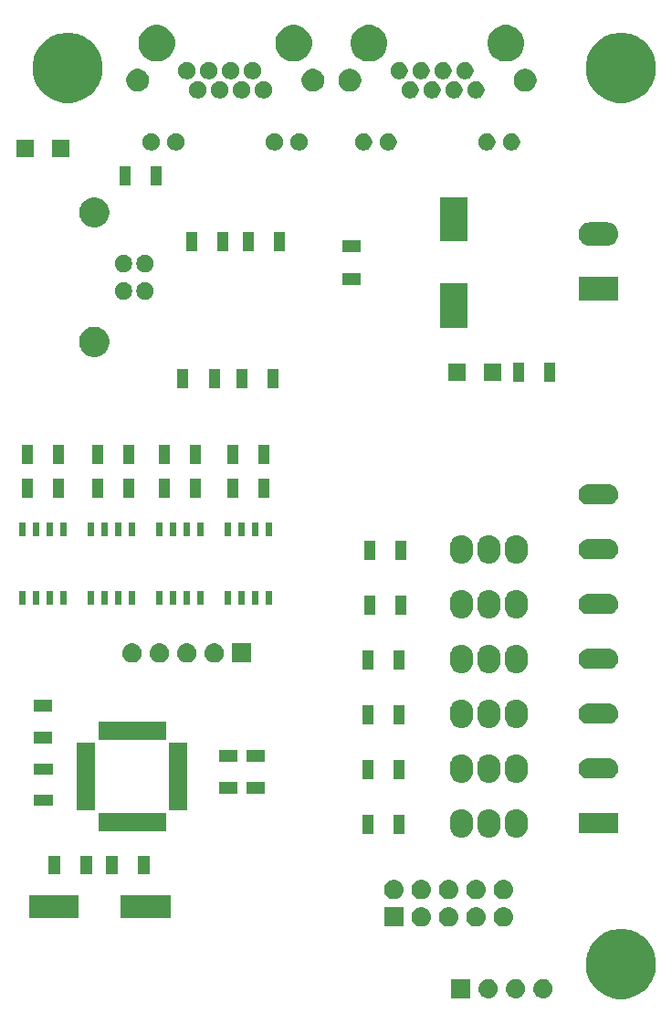
<source format=gbr>
G04 #@! TF.GenerationSoftware,KiCad,Pcbnew,(5.0.2)-1*
G04 #@! TF.CreationDate,2019-02-21T19:34:53+01:00*
G04 #@! TF.ProjectId,plyta_glowna,706c7974-615f-4676-9c6f-776e612e6b69,rev?*
G04 #@! TF.SameCoordinates,Original*
G04 #@! TF.FileFunction,Soldermask,Top*
G04 #@! TF.FilePolarity,Negative*
%FSLAX46Y46*%
G04 Gerber Fmt 4.6, Leading zero omitted, Abs format (unit mm)*
G04 Created by KiCad (PCBNEW (5.0.2)-1) date 2019-02-21 19:34:53*
%MOMM*%
%LPD*%
G01*
G04 APERTURE LIST*
%ADD10C,0.100000*%
G04 APERTURE END LIST*
D10*
G36*
X157606239Y-134479467D02*
X157920282Y-134541934D01*
X158511926Y-134787001D01*
X158801523Y-134980504D01*
X159044395Y-135142786D01*
X159497214Y-135595605D01*
X159497216Y-135595608D01*
X159852999Y-136128074D01*
X159974724Y-136421944D01*
X160098066Y-136719719D01*
X160223000Y-137347803D01*
X160223000Y-137988197D01*
X160160533Y-138302239D01*
X160098066Y-138616282D01*
X159852999Y-139207926D01*
X159605265Y-139578685D01*
X159497214Y-139740395D01*
X159044395Y-140193214D01*
X159044392Y-140193216D01*
X158511926Y-140548999D01*
X157920282Y-140794066D01*
X157679487Y-140841963D01*
X157292197Y-140919000D01*
X156651803Y-140919000D01*
X156264513Y-140841963D01*
X156023718Y-140794066D01*
X155432074Y-140548999D01*
X154899608Y-140193216D01*
X154899605Y-140193214D01*
X154446786Y-139740395D01*
X154338735Y-139578685D01*
X154091001Y-139207926D01*
X153845934Y-138616282D01*
X153783467Y-138302239D01*
X153721000Y-137988197D01*
X153721000Y-137347803D01*
X153845934Y-136719719D01*
X153969276Y-136421944D01*
X154091001Y-136128074D01*
X154446784Y-135595608D01*
X154446786Y-135595605D01*
X154899605Y-135142786D01*
X155142477Y-134980504D01*
X155432074Y-134787001D01*
X156023718Y-134541934D01*
X156337761Y-134479467D01*
X156651803Y-134417000D01*
X157292197Y-134417000D01*
X157606239Y-134479467D01*
X157606239Y-134479467D01*
G37*
G36*
X149843442Y-139059518D02*
X149909627Y-139066037D01*
X150022853Y-139100384D01*
X150079467Y-139117557D01*
X150142832Y-139151427D01*
X150235991Y-139201222D01*
X150271729Y-139230552D01*
X150373186Y-139313814D01*
X150451693Y-139409476D01*
X150485778Y-139451009D01*
X150485779Y-139451011D01*
X150569443Y-139607533D01*
X150577572Y-139634332D01*
X150620963Y-139777373D01*
X150638359Y-139954000D01*
X150620963Y-140130627D01*
X150601977Y-140193214D01*
X150569443Y-140300467D01*
X150495348Y-140439087D01*
X150485778Y-140456991D01*
X150477013Y-140467671D01*
X150373186Y-140594186D01*
X150271729Y-140677448D01*
X150235991Y-140706778D01*
X150235989Y-140706779D01*
X150079467Y-140790443D01*
X150067523Y-140794066D01*
X149909627Y-140841963D01*
X149843443Y-140848481D01*
X149777260Y-140855000D01*
X149688740Y-140855000D01*
X149622557Y-140848481D01*
X149556373Y-140841963D01*
X149398477Y-140794066D01*
X149386533Y-140790443D01*
X149230011Y-140706779D01*
X149230009Y-140706778D01*
X149194271Y-140677448D01*
X149092814Y-140594186D01*
X148988987Y-140467671D01*
X148980222Y-140456991D01*
X148970652Y-140439087D01*
X148896557Y-140300467D01*
X148864023Y-140193214D01*
X148845037Y-140130627D01*
X148827641Y-139954000D01*
X148845037Y-139777373D01*
X148888428Y-139634332D01*
X148896557Y-139607533D01*
X148980221Y-139451011D01*
X148980222Y-139451009D01*
X149014307Y-139409476D01*
X149092814Y-139313814D01*
X149194271Y-139230552D01*
X149230009Y-139201222D01*
X149323168Y-139151427D01*
X149386533Y-139117557D01*
X149443147Y-139100384D01*
X149556373Y-139066037D01*
X149622558Y-139059518D01*
X149688740Y-139053000D01*
X149777260Y-139053000D01*
X149843442Y-139059518D01*
X149843442Y-139059518D01*
G37*
G36*
X143014000Y-140855000D02*
X141212000Y-140855000D01*
X141212000Y-139053000D01*
X143014000Y-139053000D01*
X143014000Y-140855000D01*
X143014000Y-140855000D01*
G37*
G36*
X147303442Y-139059518D02*
X147369627Y-139066037D01*
X147482853Y-139100384D01*
X147539467Y-139117557D01*
X147602832Y-139151427D01*
X147695991Y-139201222D01*
X147731729Y-139230552D01*
X147833186Y-139313814D01*
X147911693Y-139409476D01*
X147945778Y-139451009D01*
X147945779Y-139451011D01*
X148029443Y-139607533D01*
X148037572Y-139634332D01*
X148080963Y-139777373D01*
X148098359Y-139954000D01*
X148080963Y-140130627D01*
X148061977Y-140193214D01*
X148029443Y-140300467D01*
X147955348Y-140439087D01*
X147945778Y-140456991D01*
X147937013Y-140467671D01*
X147833186Y-140594186D01*
X147731729Y-140677448D01*
X147695991Y-140706778D01*
X147695989Y-140706779D01*
X147539467Y-140790443D01*
X147527523Y-140794066D01*
X147369627Y-140841963D01*
X147303443Y-140848481D01*
X147237260Y-140855000D01*
X147148740Y-140855000D01*
X147082557Y-140848481D01*
X147016373Y-140841963D01*
X146858477Y-140794066D01*
X146846533Y-140790443D01*
X146690011Y-140706779D01*
X146690009Y-140706778D01*
X146654271Y-140677448D01*
X146552814Y-140594186D01*
X146448987Y-140467671D01*
X146440222Y-140456991D01*
X146430652Y-140439087D01*
X146356557Y-140300467D01*
X146324023Y-140193214D01*
X146305037Y-140130627D01*
X146287641Y-139954000D01*
X146305037Y-139777373D01*
X146348428Y-139634332D01*
X146356557Y-139607533D01*
X146440221Y-139451011D01*
X146440222Y-139451009D01*
X146474307Y-139409476D01*
X146552814Y-139313814D01*
X146654271Y-139230552D01*
X146690009Y-139201222D01*
X146783168Y-139151427D01*
X146846533Y-139117557D01*
X146903147Y-139100384D01*
X147016373Y-139066037D01*
X147082558Y-139059518D01*
X147148740Y-139053000D01*
X147237260Y-139053000D01*
X147303442Y-139059518D01*
X147303442Y-139059518D01*
G37*
G36*
X144763442Y-139059518D02*
X144829627Y-139066037D01*
X144942853Y-139100384D01*
X144999467Y-139117557D01*
X145062832Y-139151427D01*
X145155991Y-139201222D01*
X145191729Y-139230552D01*
X145293186Y-139313814D01*
X145371693Y-139409476D01*
X145405778Y-139451009D01*
X145405779Y-139451011D01*
X145489443Y-139607533D01*
X145497572Y-139634332D01*
X145540963Y-139777373D01*
X145558359Y-139954000D01*
X145540963Y-140130627D01*
X145521977Y-140193214D01*
X145489443Y-140300467D01*
X145415348Y-140439087D01*
X145405778Y-140456991D01*
X145397013Y-140467671D01*
X145293186Y-140594186D01*
X145191729Y-140677448D01*
X145155991Y-140706778D01*
X145155989Y-140706779D01*
X144999467Y-140790443D01*
X144987523Y-140794066D01*
X144829627Y-140841963D01*
X144763443Y-140848481D01*
X144697260Y-140855000D01*
X144608740Y-140855000D01*
X144542557Y-140848481D01*
X144476373Y-140841963D01*
X144318477Y-140794066D01*
X144306533Y-140790443D01*
X144150011Y-140706779D01*
X144150009Y-140706778D01*
X144114271Y-140677448D01*
X144012814Y-140594186D01*
X143908987Y-140467671D01*
X143900222Y-140456991D01*
X143890652Y-140439087D01*
X143816557Y-140300467D01*
X143784023Y-140193214D01*
X143765037Y-140130627D01*
X143747641Y-139954000D01*
X143765037Y-139777373D01*
X143808428Y-139634332D01*
X143816557Y-139607533D01*
X143900221Y-139451011D01*
X143900222Y-139451009D01*
X143934307Y-139409476D01*
X144012814Y-139313814D01*
X144114271Y-139230552D01*
X144150009Y-139201222D01*
X144243168Y-139151427D01*
X144306533Y-139117557D01*
X144363147Y-139100384D01*
X144476373Y-139066037D01*
X144542558Y-139059518D01*
X144608740Y-139053000D01*
X144697260Y-139053000D01*
X144763442Y-139059518D01*
X144763442Y-139059518D01*
G37*
G36*
X141090443Y-132405519D02*
X141156627Y-132412037D01*
X141269853Y-132446384D01*
X141326467Y-132463557D01*
X141465087Y-132537652D01*
X141482991Y-132547222D01*
X141518729Y-132576552D01*
X141620186Y-132659814D01*
X141703448Y-132761271D01*
X141732778Y-132797009D01*
X141732779Y-132797011D01*
X141816443Y-132953533D01*
X141816443Y-132953534D01*
X141867963Y-133123373D01*
X141885359Y-133300000D01*
X141867963Y-133476627D01*
X141833616Y-133589853D01*
X141816443Y-133646467D01*
X141742348Y-133785087D01*
X141732778Y-133802991D01*
X141703448Y-133838729D01*
X141620186Y-133940186D01*
X141518729Y-134023448D01*
X141482991Y-134052778D01*
X141482989Y-134052779D01*
X141326467Y-134136443D01*
X141269853Y-134153616D01*
X141156627Y-134187963D01*
X141090443Y-134194481D01*
X141024260Y-134201000D01*
X140935740Y-134201000D01*
X140869557Y-134194481D01*
X140803373Y-134187963D01*
X140690147Y-134153616D01*
X140633533Y-134136443D01*
X140477011Y-134052779D01*
X140477009Y-134052778D01*
X140441271Y-134023448D01*
X140339814Y-133940186D01*
X140256552Y-133838729D01*
X140227222Y-133802991D01*
X140217652Y-133785087D01*
X140143557Y-133646467D01*
X140126384Y-133589853D01*
X140092037Y-133476627D01*
X140074641Y-133300000D01*
X140092037Y-133123373D01*
X140143557Y-132953534D01*
X140143557Y-132953533D01*
X140227221Y-132797011D01*
X140227222Y-132797009D01*
X140256552Y-132761271D01*
X140339814Y-132659814D01*
X140441271Y-132576552D01*
X140477009Y-132547222D01*
X140494913Y-132537652D01*
X140633533Y-132463557D01*
X140690147Y-132446384D01*
X140803373Y-132412037D01*
X140869557Y-132405519D01*
X140935740Y-132399000D01*
X141024260Y-132399000D01*
X141090443Y-132405519D01*
X141090443Y-132405519D01*
G37*
G36*
X138550443Y-132405519D02*
X138616627Y-132412037D01*
X138729853Y-132446384D01*
X138786467Y-132463557D01*
X138925087Y-132537652D01*
X138942991Y-132547222D01*
X138978729Y-132576552D01*
X139080186Y-132659814D01*
X139163448Y-132761271D01*
X139192778Y-132797009D01*
X139192779Y-132797011D01*
X139276443Y-132953533D01*
X139276443Y-132953534D01*
X139327963Y-133123373D01*
X139345359Y-133300000D01*
X139327963Y-133476627D01*
X139293616Y-133589853D01*
X139276443Y-133646467D01*
X139202348Y-133785087D01*
X139192778Y-133802991D01*
X139163448Y-133838729D01*
X139080186Y-133940186D01*
X138978729Y-134023448D01*
X138942991Y-134052778D01*
X138942989Y-134052779D01*
X138786467Y-134136443D01*
X138729853Y-134153616D01*
X138616627Y-134187963D01*
X138550443Y-134194481D01*
X138484260Y-134201000D01*
X138395740Y-134201000D01*
X138329557Y-134194481D01*
X138263373Y-134187963D01*
X138150147Y-134153616D01*
X138093533Y-134136443D01*
X137937011Y-134052779D01*
X137937009Y-134052778D01*
X137901271Y-134023448D01*
X137799814Y-133940186D01*
X137716552Y-133838729D01*
X137687222Y-133802991D01*
X137677652Y-133785087D01*
X137603557Y-133646467D01*
X137586384Y-133589853D01*
X137552037Y-133476627D01*
X137534641Y-133300000D01*
X137552037Y-133123373D01*
X137603557Y-132953534D01*
X137603557Y-132953533D01*
X137687221Y-132797011D01*
X137687222Y-132797009D01*
X137716552Y-132761271D01*
X137799814Y-132659814D01*
X137901271Y-132576552D01*
X137937009Y-132547222D01*
X137954913Y-132537652D01*
X138093533Y-132463557D01*
X138150147Y-132446384D01*
X138263373Y-132412037D01*
X138329557Y-132405519D01*
X138395740Y-132399000D01*
X138484260Y-132399000D01*
X138550443Y-132405519D01*
X138550443Y-132405519D01*
G37*
G36*
X143630443Y-132405519D02*
X143696627Y-132412037D01*
X143809853Y-132446384D01*
X143866467Y-132463557D01*
X144005087Y-132537652D01*
X144022991Y-132547222D01*
X144058729Y-132576552D01*
X144160186Y-132659814D01*
X144243448Y-132761271D01*
X144272778Y-132797009D01*
X144272779Y-132797011D01*
X144356443Y-132953533D01*
X144356443Y-132953534D01*
X144407963Y-133123373D01*
X144425359Y-133300000D01*
X144407963Y-133476627D01*
X144373616Y-133589853D01*
X144356443Y-133646467D01*
X144282348Y-133785087D01*
X144272778Y-133802991D01*
X144243448Y-133838729D01*
X144160186Y-133940186D01*
X144058729Y-134023448D01*
X144022991Y-134052778D01*
X144022989Y-134052779D01*
X143866467Y-134136443D01*
X143809853Y-134153616D01*
X143696627Y-134187963D01*
X143630443Y-134194481D01*
X143564260Y-134201000D01*
X143475740Y-134201000D01*
X143409557Y-134194481D01*
X143343373Y-134187963D01*
X143230147Y-134153616D01*
X143173533Y-134136443D01*
X143017011Y-134052779D01*
X143017009Y-134052778D01*
X142981271Y-134023448D01*
X142879814Y-133940186D01*
X142796552Y-133838729D01*
X142767222Y-133802991D01*
X142757652Y-133785087D01*
X142683557Y-133646467D01*
X142666384Y-133589853D01*
X142632037Y-133476627D01*
X142614641Y-133300000D01*
X142632037Y-133123373D01*
X142683557Y-132953534D01*
X142683557Y-132953533D01*
X142767221Y-132797011D01*
X142767222Y-132797009D01*
X142796552Y-132761271D01*
X142879814Y-132659814D01*
X142981271Y-132576552D01*
X143017009Y-132547222D01*
X143034913Y-132537652D01*
X143173533Y-132463557D01*
X143230147Y-132446384D01*
X143343373Y-132412037D01*
X143409557Y-132405519D01*
X143475740Y-132399000D01*
X143564260Y-132399000D01*
X143630443Y-132405519D01*
X143630443Y-132405519D01*
G37*
G36*
X146170443Y-132405519D02*
X146236627Y-132412037D01*
X146349853Y-132446384D01*
X146406467Y-132463557D01*
X146545087Y-132537652D01*
X146562991Y-132547222D01*
X146598729Y-132576552D01*
X146700186Y-132659814D01*
X146783448Y-132761271D01*
X146812778Y-132797009D01*
X146812779Y-132797011D01*
X146896443Y-132953533D01*
X146896443Y-132953534D01*
X146947963Y-133123373D01*
X146965359Y-133300000D01*
X146947963Y-133476627D01*
X146913616Y-133589853D01*
X146896443Y-133646467D01*
X146822348Y-133785087D01*
X146812778Y-133802991D01*
X146783448Y-133838729D01*
X146700186Y-133940186D01*
X146598729Y-134023448D01*
X146562991Y-134052778D01*
X146562989Y-134052779D01*
X146406467Y-134136443D01*
X146349853Y-134153616D01*
X146236627Y-134187963D01*
X146170443Y-134194481D01*
X146104260Y-134201000D01*
X146015740Y-134201000D01*
X145949557Y-134194481D01*
X145883373Y-134187963D01*
X145770147Y-134153616D01*
X145713533Y-134136443D01*
X145557011Y-134052779D01*
X145557009Y-134052778D01*
X145521271Y-134023448D01*
X145419814Y-133940186D01*
X145336552Y-133838729D01*
X145307222Y-133802991D01*
X145297652Y-133785087D01*
X145223557Y-133646467D01*
X145206384Y-133589853D01*
X145172037Y-133476627D01*
X145154641Y-133300000D01*
X145172037Y-133123373D01*
X145223557Y-132953534D01*
X145223557Y-132953533D01*
X145307221Y-132797011D01*
X145307222Y-132797009D01*
X145336552Y-132761271D01*
X145419814Y-132659814D01*
X145521271Y-132576552D01*
X145557009Y-132547222D01*
X145574913Y-132537652D01*
X145713533Y-132463557D01*
X145770147Y-132446384D01*
X145883373Y-132412037D01*
X145949557Y-132405519D01*
X146015740Y-132399000D01*
X146104260Y-132399000D01*
X146170443Y-132405519D01*
X146170443Y-132405519D01*
G37*
G36*
X136801000Y-134201000D02*
X134999000Y-134201000D01*
X134999000Y-132399000D01*
X136801000Y-132399000D01*
X136801000Y-134201000D01*
X136801000Y-134201000D01*
G37*
G36*
X106704000Y-133385000D02*
X102102000Y-133385000D01*
X102102000Y-131283000D01*
X106704000Y-131283000D01*
X106704000Y-133385000D01*
X106704000Y-133385000D01*
G37*
G36*
X115204000Y-133385000D02*
X110602000Y-133385000D01*
X110602000Y-131283000D01*
X115204000Y-131283000D01*
X115204000Y-133385000D01*
X115204000Y-133385000D01*
G37*
G36*
X136010443Y-129865519D02*
X136076627Y-129872037D01*
X136189853Y-129906384D01*
X136246467Y-129923557D01*
X136385087Y-129997652D01*
X136402991Y-130007222D01*
X136438729Y-130036552D01*
X136540186Y-130119814D01*
X136623448Y-130221271D01*
X136652778Y-130257009D01*
X136652779Y-130257011D01*
X136736443Y-130413533D01*
X136736443Y-130413534D01*
X136787963Y-130583373D01*
X136805359Y-130760000D01*
X136787963Y-130936627D01*
X136753616Y-131049853D01*
X136736443Y-131106467D01*
X136662348Y-131245087D01*
X136652778Y-131262991D01*
X136636357Y-131283000D01*
X136540186Y-131400186D01*
X136438729Y-131483448D01*
X136402991Y-131512778D01*
X136402989Y-131512779D01*
X136246467Y-131596443D01*
X136189853Y-131613616D01*
X136076627Y-131647963D01*
X136010443Y-131654481D01*
X135944260Y-131661000D01*
X135855740Y-131661000D01*
X135789557Y-131654481D01*
X135723373Y-131647963D01*
X135610147Y-131613616D01*
X135553533Y-131596443D01*
X135397011Y-131512779D01*
X135397009Y-131512778D01*
X135361271Y-131483448D01*
X135259814Y-131400186D01*
X135163643Y-131283000D01*
X135147222Y-131262991D01*
X135137652Y-131245087D01*
X135063557Y-131106467D01*
X135046384Y-131049853D01*
X135012037Y-130936627D01*
X134994641Y-130760000D01*
X135012037Y-130583373D01*
X135063557Y-130413534D01*
X135063557Y-130413533D01*
X135147221Y-130257011D01*
X135147222Y-130257009D01*
X135176552Y-130221271D01*
X135259814Y-130119814D01*
X135361271Y-130036552D01*
X135397009Y-130007222D01*
X135414913Y-129997652D01*
X135553533Y-129923557D01*
X135610147Y-129906384D01*
X135723373Y-129872037D01*
X135789557Y-129865519D01*
X135855740Y-129859000D01*
X135944260Y-129859000D01*
X136010443Y-129865519D01*
X136010443Y-129865519D01*
G37*
G36*
X141090443Y-129865519D02*
X141156627Y-129872037D01*
X141269853Y-129906384D01*
X141326467Y-129923557D01*
X141465087Y-129997652D01*
X141482991Y-130007222D01*
X141518729Y-130036552D01*
X141620186Y-130119814D01*
X141703448Y-130221271D01*
X141732778Y-130257009D01*
X141732779Y-130257011D01*
X141816443Y-130413533D01*
X141816443Y-130413534D01*
X141867963Y-130583373D01*
X141885359Y-130760000D01*
X141867963Y-130936627D01*
X141833616Y-131049853D01*
X141816443Y-131106467D01*
X141742348Y-131245087D01*
X141732778Y-131262991D01*
X141716357Y-131283000D01*
X141620186Y-131400186D01*
X141518729Y-131483448D01*
X141482991Y-131512778D01*
X141482989Y-131512779D01*
X141326467Y-131596443D01*
X141269853Y-131613616D01*
X141156627Y-131647963D01*
X141090443Y-131654481D01*
X141024260Y-131661000D01*
X140935740Y-131661000D01*
X140869557Y-131654481D01*
X140803373Y-131647963D01*
X140690147Y-131613616D01*
X140633533Y-131596443D01*
X140477011Y-131512779D01*
X140477009Y-131512778D01*
X140441271Y-131483448D01*
X140339814Y-131400186D01*
X140243643Y-131283000D01*
X140227222Y-131262991D01*
X140217652Y-131245087D01*
X140143557Y-131106467D01*
X140126384Y-131049853D01*
X140092037Y-130936627D01*
X140074641Y-130760000D01*
X140092037Y-130583373D01*
X140143557Y-130413534D01*
X140143557Y-130413533D01*
X140227221Y-130257011D01*
X140227222Y-130257009D01*
X140256552Y-130221271D01*
X140339814Y-130119814D01*
X140441271Y-130036552D01*
X140477009Y-130007222D01*
X140494913Y-129997652D01*
X140633533Y-129923557D01*
X140690147Y-129906384D01*
X140803373Y-129872037D01*
X140869557Y-129865519D01*
X140935740Y-129859000D01*
X141024260Y-129859000D01*
X141090443Y-129865519D01*
X141090443Y-129865519D01*
G37*
G36*
X143630443Y-129865519D02*
X143696627Y-129872037D01*
X143809853Y-129906384D01*
X143866467Y-129923557D01*
X144005087Y-129997652D01*
X144022991Y-130007222D01*
X144058729Y-130036552D01*
X144160186Y-130119814D01*
X144243448Y-130221271D01*
X144272778Y-130257009D01*
X144272779Y-130257011D01*
X144356443Y-130413533D01*
X144356443Y-130413534D01*
X144407963Y-130583373D01*
X144425359Y-130760000D01*
X144407963Y-130936627D01*
X144373616Y-131049853D01*
X144356443Y-131106467D01*
X144282348Y-131245087D01*
X144272778Y-131262991D01*
X144256357Y-131283000D01*
X144160186Y-131400186D01*
X144058729Y-131483448D01*
X144022991Y-131512778D01*
X144022989Y-131512779D01*
X143866467Y-131596443D01*
X143809853Y-131613616D01*
X143696627Y-131647963D01*
X143630443Y-131654481D01*
X143564260Y-131661000D01*
X143475740Y-131661000D01*
X143409557Y-131654481D01*
X143343373Y-131647963D01*
X143230147Y-131613616D01*
X143173533Y-131596443D01*
X143017011Y-131512779D01*
X143017009Y-131512778D01*
X142981271Y-131483448D01*
X142879814Y-131400186D01*
X142783643Y-131283000D01*
X142767222Y-131262991D01*
X142757652Y-131245087D01*
X142683557Y-131106467D01*
X142666384Y-131049853D01*
X142632037Y-130936627D01*
X142614641Y-130760000D01*
X142632037Y-130583373D01*
X142683557Y-130413534D01*
X142683557Y-130413533D01*
X142767221Y-130257011D01*
X142767222Y-130257009D01*
X142796552Y-130221271D01*
X142879814Y-130119814D01*
X142981271Y-130036552D01*
X143017009Y-130007222D01*
X143034913Y-129997652D01*
X143173533Y-129923557D01*
X143230147Y-129906384D01*
X143343373Y-129872037D01*
X143409557Y-129865519D01*
X143475740Y-129859000D01*
X143564260Y-129859000D01*
X143630443Y-129865519D01*
X143630443Y-129865519D01*
G37*
G36*
X146170443Y-129865519D02*
X146236627Y-129872037D01*
X146349853Y-129906384D01*
X146406467Y-129923557D01*
X146545087Y-129997652D01*
X146562991Y-130007222D01*
X146598729Y-130036552D01*
X146700186Y-130119814D01*
X146783448Y-130221271D01*
X146812778Y-130257009D01*
X146812779Y-130257011D01*
X146896443Y-130413533D01*
X146896443Y-130413534D01*
X146947963Y-130583373D01*
X146965359Y-130760000D01*
X146947963Y-130936627D01*
X146913616Y-131049853D01*
X146896443Y-131106467D01*
X146822348Y-131245087D01*
X146812778Y-131262991D01*
X146796357Y-131283000D01*
X146700186Y-131400186D01*
X146598729Y-131483448D01*
X146562991Y-131512778D01*
X146562989Y-131512779D01*
X146406467Y-131596443D01*
X146349853Y-131613616D01*
X146236627Y-131647963D01*
X146170443Y-131654481D01*
X146104260Y-131661000D01*
X146015740Y-131661000D01*
X145949557Y-131654481D01*
X145883373Y-131647963D01*
X145770147Y-131613616D01*
X145713533Y-131596443D01*
X145557011Y-131512779D01*
X145557009Y-131512778D01*
X145521271Y-131483448D01*
X145419814Y-131400186D01*
X145323643Y-131283000D01*
X145307222Y-131262991D01*
X145297652Y-131245087D01*
X145223557Y-131106467D01*
X145206384Y-131049853D01*
X145172037Y-130936627D01*
X145154641Y-130760000D01*
X145172037Y-130583373D01*
X145223557Y-130413534D01*
X145223557Y-130413533D01*
X145307221Y-130257011D01*
X145307222Y-130257009D01*
X145336552Y-130221271D01*
X145419814Y-130119814D01*
X145521271Y-130036552D01*
X145557009Y-130007222D01*
X145574913Y-129997652D01*
X145713533Y-129923557D01*
X145770147Y-129906384D01*
X145883373Y-129872037D01*
X145949557Y-129865519D01*
X146015740Y-129859000D01*
X146104260Y-129859000D01*
X146170443Y-129865519D01*
X146170443Y-129865519D01*
G37*
G36*
X138550443Y-129865519D02*
X138616627Y-129872037D01*
X138729853Y-129906384D01*
X138786467Y-129923557D01*
X138925087Y-129997652D01*
X138942991Y-130007222D01*
X138978729Y-130036552D01*
X139080186Y-130119814D01*
X139163448Y-130221271D01*
X139192778Y-130257009D01*
X139192779Y-130257011D01*
X139276443Y-130413533D01*
X139276443Y-130413534D01*
X139327963Y-130583373D01*
X139345359Y-130760000D01*
X139327963Y-130936627D01*
X139293616Y-131049853D01*
X139276443Y-131106467D01*
X139202348Y-131245087D01*
X139192778Y-131262991D01*
X139176357Y-131283000D01*
X139080186Y-131400186D01*
X138978729Y-131483448D01*
X138942991Y-131512778D01*
X138942989Y-131512779D01*
X138786467Y-131596443D01*
X138729853Y-131613616D01*
X138616627Y-131647963D01*
X138550443Y-131654481D01*
X138484260Y-131661000D01*
X138395740Y-131661000D01*
X138329557Y-131654481D01*
X138263373Y-131647963D01*
X138150147Y-131613616D01*
X138093533Y-131596443D01*
X137937011Y-131512779D01*
X137937009Y-131512778D01*
X137901271Y-131483448D01*
X137799814Y-131400186D01*
X137703643Y-131283000D01*
X137687222Y-131262991D01*
X137677652Y-131245087D01*
X137603557Y-131106467D01*
X137586384Y-131049853D01*
X137552037Y-130936627D01*
X137534641Y-130760000D01*
X137552037Y-130583373D01*
X137603557Y-130413534D01*
X137603557Y-130413533D01*
X137687221Y-130257011D01*
X137687222Y-130257009D01*
X137716552Y-130221271D01*
X137799814Y-130119814D01*
X137901271Y-130036552D01*
X137937009Y-130007222D01*
X137954913Y-129997652D01*
X138093533Y-129923557D01*
X138150147Y-129906384D01*
X138263373Y-129872037D01*
X138329557Y-129865519D01*
X138395740Y-129859000D01*
X138484260Y-129859000D01*
X138550443Y-129865519D01*
X138550443Y-129865519D01*
G37*
G36*
X110279000Y-129375000D02*
X109177000Y-129375000D01*
X109177000Y-127673000D01*
X110279000Y-127673000D01*
X110279000Y-129375000D01*
X110279000Y-129375000D01*
G37*
G36*
X113279000Y-129375000D02*
X112177000Y-129375000D01*
X112177000Y-127673000D01*
X113279000Y-127673000D01*
X113279000Y-129375000D01*
X113279000Y-129375000D01*
G37*
G36*
X104969000Y-129375000D02*
X103867000Y-129375000D01*
X103867000Y-127673000D01*
X104969000Y-127673000D01*
X104969000Y-129375000D01*
X104969000Y-129375000D01*
G37*
G36*
X107969000Y-129375000D02*
X106867000Y-129375000D01*
X106867000Y-127673000D01*
X107969000Y-127673000D01*
X107969000Y-129375000D01*
X107969000Y-129375000D01*
G37*
G36*
X144932488Y-123314679D02*
X145133619Y-123375691D01*
X145166219Y-123393116D01*
X145318982Y-123474769D01*
X145481453Y-123608107D01*
X145614791Y-123770578D01*
X145696443Y-123923341D01*
X145713869Y-123955942D01*
X145774881Y-124157073D01*
X145790320Y-124313830D01*
X145790320Y-124926651D01*
X145774881Y-125083408D01*
X145713869Y-125284539D01*
X145713866Y-125284544D01*
X145614791Y-125469902D01*
X145481453Y-125632373D01*
X145318981Y-125765711D01*
X145179345Y-125840348D01*
X145133618Y-125864789D01*
X144932487Y-125925801D01*
X144723320Y-125946402D01*
X144514152Y-125925801D01*
X144313021Y-125864789D01*
X144280421Y-125847364D01*
X144127658Y-125765711D01*
X143965187Y-125632373D01*
X143831849Y-125469901D01*
X143757212Y-125330265D01*
X143732771Y-125284538D01*
X143671759Y-125083407D01*
X143656320Y-124926650D01*
X143656320Y-124313829D01*
X143671759Y-124157072D01*
X143732771Y-123955941D01*
X143778892Y-123869657D01*
X143831851Y-123770577D01*
X143965188Y-123608107D01*
X144127659Y-123474769D01*
X144280422Y-123393116D01*
X144313022Y-123375691D01*
X144514153Y-123314679D01*
X144723320Y-123294078D01*
X144932488Y-123314679D01*
X144932488Y-123314679D01*
G37*
G36*
X142392488Y-123314679D02*
X142593619Y-123375691D01*
X142626219Y-123393116D01*
X142778982Y-123474769D01*
X142941453Y-123608107D01*
X143074791Y-123770578D01*
X143156443Y-123923341D01*
X143173869Y-123955942D01*
X143234881Y-124157073D01*
X143250320Y-124313830D01*
X143250320Y-124926651D01*
X143234881Y-125083408D01*
X143173869Y-125284539D01*
X143173866Y-125284544D01*
X143074791Y-125469902D01*
X142941453Y-125632373D01*
X142778981Y-125765711D01*
X142639345Y-125840348D01*
X142593618Y-125864789D01*
X142392487Y-125925801D01*
X142183320Y-125946402D01*
X141974152Y-125925801D01*
X141773021Y-125864789D01*
X141740421Y-125847364D01*
X141587658Y-125765711D01*
X141425187Y-125632373D01*
X141291849Y-125469901D01*
X141217212Y-125330265D01*
X141192771Y-125284538D01*
X141131759Y-125083407D01*
X141116320Y-124926650D01*
X141116320Y-124313829D01*
X141131759Y-124157072D01*
X141192771Y-123955941D01*
X141238892Y-123869657D01*
X141291851Y-123770577D01*
X141425188Y-123608107D01*
X141587659Y-123474769D01*
X141740422Y-123393116D01*
X141773022Y-123375691D01*
X141974153Y-123314679D01*
X142183320Y-123294078D01*
X142392488Y-123314679D01*
X142392488Y-123314679D01*
G37*
G36*
X147472488Y-123314679D02*
X147673619Y-123375691D01*
X147706219Y-123393116D01*
X147858982Y-123474769D01*
X148021453Y-123608107D01*
X148154791Y-123770578D01*
X148236443Y-123923341D01*
X148253869Y-123955942D01*
X148314881Y-124157073D01*
X148330320Y-124313830D01*
X148330320Y-124926651D01*
X148314881Y-125083408D01*
X148253869Y-125284539D01*
X148253866Y-125284544D01*
X148154791Y-125469902D01*
X148021453Y-125632373D01*
X147858981Y-125765711D01*
X147719345Y-125840348D01*
X147673618Y-125864789D01*
X147472487Y-125925801D01*
X147263320Y-125946402D01*
X147054152Y-125925801D01*
X146853021Y-125864789D01*
X146820421Y-125847364D01*
X146667658Y-125765711D01*
X146505187Y-125632373D01*
X146371849Y-125469901D01*
X146297212Y-125330265D01*
X146272771Y-125284538D01*
X146211759Y-125083407D01*
X146196320Y-124926650D01*
X146196320Y-124313829D01*
X146211759Y-124157072D01*
X146272771Y-123955941D01*
X146318892Y-123869657D01*
X146371851Y-123770577D01*
X146505188Y-123608107D01*
X146667659Y-123474769D01*
X146820422Y-123393116D01*
X146853022Y-123375691D01*
X147054153Y-123314679D01*
X147263320Y-123294078D01*
X147472488Y-123314679D01*
X147472488Y-123314679D01*
G37*
G36*
X133999000Y-125615000D02*
X132997000Y-125615000D01*
X132997000Y-123813000D01*
X133999000Y-123813000D01*
X133999000Y-125615000D01*
X133999000Y-125615000D01*
G37*
G36*
X136899000Y-125615000D02*
X135897000Y-125615000D01*
X135897000Y-123813000D01*
X136899000Y-123813000D01*
X136899000Y-125615000D01*
X136899000Y-125615000D01*
G37*
G36*
X156734320Y-125571240D02*
X153032320Y-125571240D01*
X153032320Y-123669240D01*
X156734320Y-123669240D01*
X156734320Y-125571240D01*
X156734320Y-125571240D01*
G37*
G36*
X114759000Y-125370000D02*
X108507000Y-125370000D01*
X108507000Y-123668000D01*
X114759000Y-123668000D01*
X114759000Y-125370000D01*
X114759000Y-125370000D01*
G37*
G36*
X116734000Y-123395000D02*
X115032000Y-123395000D01*
X115032000Y-117143000D01*
X116734000Y-117143000D01*
X116734000Y-123395000D01*
X116734000Y-123395000D01*
G37*
G36*
X108234000Y-123395000D02*
X106532000Y-123395000D01*
X106532000Y-117143000D01*
X108234000Y-117143000D01*
X108234000Y-123395000D01*
X108234000Y-123395000D01*
G37*
G36*
X104301000Y-123001000D02*
X102499000Y-123001000D01*
X102499000Y-121999000D01*
X104301000Y-121999000D01*
X104301000Y-123001000D01*
X104301000Y-123001000D01*
G37*
G36*
X121374000Y-121915000D02*
X119672000Y-121915000D01*
X119672000Y-120813000D01*
X121374000Y-120813000D01*
X121374000Y-121915000D01*
X121374000Y-121915000D01*
G37*
G36*
X123914000Y-121915000D02*
X122212000Y-121915000D01*
X122212000Y-120813000D01*
X123914000Y-120813000D01*
X123914000Y-121915000D01*
X123914000Y-121915000D01*
G37*
G36*
X144932488Y-118234679D02*
X145133619Y-118295691D01*
X145166219Y-118313116D01*
X145318982Y-118394769D01*
X145481453Y-118528107D01*
X145614791Y-118690578D01*
X145696443Y-118843341D01*
X145713869Y-118875942D01*
X145774881Y-119077073D01*
X145790320Y-119233830D01*
X145790320Y-119846651D01*
X145774881Y-120003408D01*
X145713869Y-120204539D01*
X145696444Y-120237139D01*
X145614791Y-120389902D01*
X145481453Y-120552373D01*
X145318981Y-120685711D01*
X145179345Y-120760348D01*
X145133618Y-120784789D01*
X144932487Y-120845801D01*
X144723320Y-120866402D01*
X144514152Y-120845801D01*
X144313021Y-120784789D01*
X144280421Y-120767364D01*
X144127658Y-120685711D01*
X143965187Y-120552373D01*
X143831849Y-120389901D01*
X143738872Y-120215952D01*
X143732771Y-120204538D01*
X143671759Y-120003407D01*
X143656320Y-119846650D01*
X143656320Y-119233829D01*
X143671759Y-119077072D01*
X143732771Y-118875941D01*
X143802394Y-118745688D01*
X143831851Y-118690577D01*
X143965188Y-118528107D01*
X144127659Y-118394769D01*
X144280422Y-118313116D01*
X144313022Y-118295691D01*
X144514153Y-118234679D01*
X144723320Y-118214078D01*
X144932488Y-118234679D01*
X144932488Y-118234679D01*
G37*
G36*
X147472488Y-118234679D02*
X147673619Y-118295691D01*
X147706219Y-118313116D01*
X147858982Y-118394769D01*
X148021453Y-118528107D01*
X148154791Y-118690578D01*
X148236443Y-118843341D01*
X148253869Y-118875942D01*
X148314881Y-119077073D01*
X148330320Y-119233830D01*
X148330320Y-119846651D01*
X148314881Y-120003408D01*
X148253869Y-120204539D01*
X148236444Y-120237139D01*
X148154791Y-120389902D01*
X148021453Y-120552373D01*
X147858981Y-120685711D01*
X147719345Y-120760348D01*
X147673618Y-120784789D01*
X147472487Y-120845801D01*
X147263320Y-120866402D01*
X147054152Y-120845801D01*
X146853021Y-120784789D01*
X146820421Y-120767364D01*
X146667658Y-120685711D01*
X146505187Y-120552373D01*
X146371849Y-120389901D01*
X146278872Y-120215952D01*
X146272771Y-120204538D01*
X146211759Y-120003407D01*
X146196320Y-119846650D01*
X146196320Y-119233829D01*
X146211759Y-119077072D01*
X146272771Y-118875941D01*
X146342394Y-118745688D01*
X146371851Y-118690577D01*
X146505188Y-118528107D01*
X146667659Y-118394769D01*
X146820422Y-118313116D01*
X146853022Y-118295691D01*
X147054153Y-118234679D01*
X147263320Y-118214078D01*
X147472488Y-118234679D01*
X147472488Y-118234679D01*
G37*
G36*
X142392488Y-118234679D02*
X142593619Y-118295691D01*
X142626219Y-118313116D01*
X142778982Y-118394769D01*
X142941453Y-118528107D01*
X143074791Y-118690578D01*
X143156443Y-118843341D01*
X143173869Y-118875942D01*
X143234881Y-119077073D01*
X143250320Y-119233830D01*
X143250320Y-119846651D01*
X143234881Y-120003408D01*
X143173869Y-120204539D01*
X143156444Y-120237139D01*
X143074791Y-120389902D01*
X142941453Y-120552373D01*
X142778981Y-120685711D01*
X142639345Y-120760348D01*
X142593618Y-120784789D01*
X142392487Y-120845801D01*
X142183320Y-120866402D01*
X141974152Y-120845801D01*
X141773021Y-120784789D01*
X141740421Y-120767364D01*
X141587658Y-120685711D01*
X141425187Y-120552373D01*
X141291849Y-120389901D01*
X141198872Y-120215952D01*
X141192771Y-120204538D01*
X141131759Y-120003407D01*
X141116320Y-119846650D01*
X141116320Y-119233829D01*
X141131759Y-119077072D01*
X141192771Y-118875941D01*
X141262394Y-118745688D01*
X141291851Y-118690577D01*
X141425188Y-118528107D01*
X141587659Y-118394769D01*
X141740422Y-118313116D01*
X141773022Y-118295691D01*
X141974153Y-118234679D01*
X142183320Y-118214078D01*
X142392488Y-118234679D01*
X142392488Y-118234679D01*
G37*
G36*
X133999000Y-120535000D02*
X132997000Y-120535000D01*
X132997000Y-118733000D01*
X133999000Y-118733000D01*
X133999000Y-120535000D01*
X133999000Y-120535000D01*
G37*
G36*
X136899000Y-120535000D02*
X135897000Y-120535000D01*
X135897000Y-118733000D01*
X136899000Y-118733000D01*
X136899000Y-120535000D01*
X136899000Y-120535000D01*
G37*
G36*
X155969745Y-118603000D02*
X155969748Y-118603001D01*
X155969749Y-118603001D01*
X156149013Y-118657380D01*
X156149015Y-118657381D01*
X156314225Y-118745688D01*
X156459032Y-118864528D01*
X156577872Y-119009335D01*
X156577873Y-119009337D01*
X156666180Y-119174547D01*
X156684163Y-119233829D01*
X156720560Y-119353815D01*
X156738921Y-119540240D01*
X156720560Y-119726665D01*
X156720559Y-119726668D01*
X156720559Y-119726669D01*
X156684163Y-119846652D01*
X156666179Y-119905935D01*
X156577872Y-120071145D01*
X156459032Y-120215952D01*
X156314225Y-120334792D01*
X156314223Y-120334793D01*
X156149013Y-120423100D01*
X155969749Y-120477479D01*
X155969748Y-120477479D01*
X155969745Y-120477480D01*
X155830038Y-120491240D01*
X153936602Y-120491240D01*
X153796895Y-120477480D01*
X153796892Y-120477479D01*
X153796891Y-120477479D01*
X153617627Y-120423100D01*
X153452417Y-120334793D01*
X153452415Y-120334792D01*
X153307608Y-120215952D01*
X153188768Y-120071145D01*
X153100461Y-119905935D01*
X153082478Y-119846652D01*
X153046081Y-119726669D01*
X153046081Y-119726668D01*
X153046080Y-119726665D01*
X153027719Y-119540240D01*
X153046080Y-119353815D01*
X153082477Y-119233829D01*
X153100460Y-119174547D01*
X153188767Y-119009337D01*
X153188768Y-119009335D01*
X153307608Y-118864528D01*
X153452415Y-118745688D01*
X153617625Y-118657381D01*
X153617627Y-118657380D01*
X153796891Y-118603001D01*
X153796892Y-118603001D01*
X153796895Y-118603000D01*
X153936602Y-118589240D01*
X155830038Y-118589240D01*
X155969745Y-118603000D01*
X155969745Y-118603000D01*
G37*
G36*
X104301000Y-120101000D02*
X102499000Y-120101000D01*
X102499000Y-119099000D01*
X104301000Y-119099000D01*
X104301000Y-120101000D01*
X104301000Y-120101000D01*
G37*
G36*
X121374000Y-118915000D02*
X119672000Y-118915000D01*
X119672000Y-117813000D01*
X121374000Y-117813000D01*
X121374000Y-118915000D01*
X121374000Y-118915000D01*
G37*
G36*
X123914000Y-118915000D02*
X122212000Y-118915000D01*
X122212000Y-117813000D01*
X123914000Y-117813000D01*
X123914000Y-118915000D01*
X123914000Y-118915000D01*
G37*
G36*
X104229000Y-117240000D02*
X102527000Y-117240000D01*
X102527000Y-116138000D01*
X104229000Y-116138000D01*
X104229000Y-117240000D01*
X104229000Y-117240000D01*
G37*
G36*
X114759000Y-116870000D02*
X108507000Y-116870000D01*
X108507000Y-115168000D01*
X114759000Y-115168000D01*
X114759000Y-116870000D01*
X114759000Y-116870000D01*
G37*
G36*
X142392488Y-113154679D02*
X142593619Y-113215691D01*
X142626219Y-113233116D01*
X142778982Y-113314769D01*
X142941453Y-113448107D01*
X143074791Y-113610578D01*
X143156443Y-113763341D01*
X143173869Y-113795942D01*
X143234881Y-113997073D01*
X143250320Y-114153830D01*
X143250320Y-114766651D01*
X143234881Y-114923408D01*
X143173869Y-115124539D01*
X143156444Y-115157139D01*
X143074791Y-115309902D01*
X142941453Y-115472373D01*
X142778981Y-115605711D01*
X142639345Y-115680348D01*
X142593618Y-115704789D01*
X142392487Y-115765801D01*
X142183320Y-115786402D01*
X141974152Y-115765801D01*
X141773021Y-115704789D01*
X141740421Y-115687364D01*
X141587658Y-115605711D01*
X141425187Y-115472373D01*
X141291849Y-115309901D01*
X141198872Y-115135952D01*
X141192771Y-115124538D01*
X141131759Y-114923407D01*
X141116320Y-114766650D01*
X141116320Y-114153829D01*
X141131759Y-113997072D01*
X141192771Y-113795941D01*
X141262394Y-113665688D01*
X141291851Y-113610577D01*
X141425188Y-113448107D01*
X141587659Y-113314769D01*
X141740422Y-113233116D01*
X141773022Y-113215691D01*
X141974153Y-113154679D01*
X142183320Y-113134078D01*
X142392488Y-113154679D01*
X142392488Y-113154679D01*
G37*
G36*
X147472488Y-113154679D02*
X147673619Y-113215691D01*
X147706219Y-113233116D01*
X147858982Y-113314769D01*
X148021453Y-113448107D01*
X148154791Y-113610578D01*
X148236443Y-113763341D01*
X148253869Y-113795942D01*
X148314881Y-113997073D01*
X148330320Y-114153830D01*
X148330320Y-114766651D01*
X148314881Y-114923408D01*
X148253869Y-115124539D01*
X148236444Y-115157139D01*
X148154791Y-115309902D01*
X148021453Y-115472373D01*
X147858981Y-115605711D01*
X147719345Y-115680348D01*
X147673618Y-115704789D01*
X147472487Y-115765801D01*
X147263320Y-115786402D01*
X147054152Y-115765801D01*
X146853021Y-115704789D01*
X146820421Y-115687364D01*
X146667658Y-115605711D01*
X146505187Y-115472373D01*
X146371849Y-115309901D01*
X146278872Y-115135952D01*
X146272771Y-115124538D01*
X146211759Y-114923407D01*
X146196320Y-114766650D01*
X146196320Y-114153829D01*
X146211759Y-113997072D01*
X146272771Y-113795941D01*
X146342394Y-113665688D01*
X146371851Y-113610577D01*
X146505188Y-113448107D01*
X146667659Y-113314769D01*
X146820422Y-113233116D01*
X146853022Y-113215691D01*
X147054153Y-113154679D01*
X147263320Y-113134078D01*
X147472488Y-113154679D01*
X147472488Y-113154679D01*
G37*
G36*
X144932488Y-113154679D02*
X145133619Y-113215691D01*
X145166219Y-113233116D01*
X145318982Y-113314769D01*
X145481453Y-113448107D01*
X145614791Y-113610578D01*
X145696443Y-113763341D01*
X145713869Y-113795942D01*
X145774881Y-113997073D01*
X145790320Y-114153830D01*
X145790320Y-114766651D01*
X145774881Y-114923408D01*
X145713869Y-115124539D01*
X145696444Y-115157139D01*
X145614791Y-115309902D01*
X145481453Y-115472373D01*
X145318981Y-115605711D01*
X145179345Y-115680348D01*
X145133618Y-115704789D01*
X144932487Y-115765801D01*
X144723320Y-115786402D01*
X144514152Y-115765801D01*
X144313021Y-115704789D01*
X144280421Y-115687364D01*
X144127658Y-115605711D01*
X143965187Y-115472373D01*
X143831849Y-115309901D01*
X143738872Y-115135952D01*
X143732771Y-115124538D01*
X143671759Y-114923407D01*
X143656320Y-114766650D01*
X143656320Y-114153829D01*
X143671759Y-113997072D01*
X143732771Y-113795941D01*
X143802394Y-113665688D01*
X143831851Y-113610577D01*
X143965188Y-113448107D01*
X144127659Y-113314769D01*
X144280422Y-113233116D01*
X144313022Y-113215691D01*
X144514153Y-113154679D01*
X144723320Y-113134078D01*
X144932488Y-113154679D01*
X144932488Y-113154679D01*
G37*
G36*
X136899000Y-115455000D02*
X135897000Y-115455000D01*
X135897000Y-113653000D01*
X136899000Y-113653000D01*
X136899000Y-115455000D01*
X136899000Y-115455000D01*
G37*
G36*
X133999000Y-115455000D02*
X132997000Y-115455000D01*
X132997000Y-113653000D01*
X133999000Y-113653000D01*
X133999000Y-115455000D01*
X133999000Y-115455000D01*
G37*
G36*
X155969745Y-113523000D02*
X155969748Y-113523001D01*
X155969749Y-113523001D01*
X156149013Y-113577380D01*
X156149015Y-113577381D01*
X156314225Y-113665688D01*
X156459032Y-113784528D01*
X156577872Y-113929335D01*
X156577873Y-113929337D01*
X156666180Y-114094547D01*
X156720559Y-114273811D01*
X156720560Y-114273815D01*
X156738921Y-114460240D01*
X156720560Y-114646665D01*
X156720559Y-114646668D01*
X156720559Y-114646669D01*
X156684163Y-114766652D01*
X156666179Y-114825935D01*
X156577872Y-114991145D01*
X156459032Y-115135952D01*
X156314225Y-115254792D01*
X156314223Y-115254793D01*
X156149013Y-115343100D01*
X155969749Y-115397479D01*
X155969748Y-115397479D01*
X155969745Y-115397480D01*
X155830038Y-115411240D01*
X153936602Y-115411240D01*
X153796895Y-115397480D01*
X153796892Y-115397479D01*
X153796891Y-115397479D01*
X153617627Y-115343100D01*
X153452417Y-115254793D01*
X153452415Y-115254792D01*
X153307608Y-115135952D01*
X153188768Y-114991145D01*
X153100461Y-114825935D01*
X153082478Y-114766652D01*
X153046081Y-114646669D01*
X153046081Y-114646668D01*
X153046080Y-114646665D01*
X153027719Y-114460240D01*
X153046080Y-114273815D01*
X153046081Y-114273811D01*
X153100460Y-114094547D01*
X153188767Y-113929337D01*
X153188768Y-113929335D01*
X153307608Y-113784528D01*
X153452415Y-113665688D01*
X153617625Y-113577381D01*
X153617627Y-113577380D01*
X153796891Y-113523001D01*
X153796892Y-113523001D01*
X153796895Y-113523000D01*
X153936602Y-113509240D01*
X155830038Y-113509240D01*
X155969745Y-113523000D01*
X155969745Y-113523000D01*
G37*
G36*
X104229000Y-114240000D02*
X102527000Y-114240000D01*
X102527000Y-113138000D01*
X104229000Y-113138000D01*
X104229000Y-114240000D01*
X104229000Y-114240000D01*
G37*
G36*
X144932488Y-108074679D02*
X145133619Y-108135691D01*
X145166219Y-108153116D01*
X145318982Y-108234769D01*
X145481453Y-108368107D01*
X145614791Y-108530578D01*
X145685236Y-108662373D01*
X145713869Y-108715942D01*
X145774881Y-108917073D01*
X145790320Y-109073830D01*
X145790320Y-109686651D01*
X145774881Y-109843408D01*
X145713869Y-110044539D01*
X145696444Y-110077139D01*
X145614791Y-110229902D01*
X145481453Y-110392373D01*
X145318981Y-110525711D01*
X145179345Y-110600348D01*
X145133618Y-110624789D01*
X144932487Y-110685801D01*
X144723320Y-110706402D01*
X144514152Y-110685801D01*
X144313021Y-110624789D01*
X144280421Y-110607364D01*
X144127658Y-110525711D01*
X143965187Y-110392373D01*
X143831849Y-110229901D01*
X143738872Y-110055952D01*
X143732771Y-110044538D01*
X143671759Y-109843407D01*
X143656320Y-109686650D01*
X143656320Y-109073829D01*
X143662053Y-109015625D01*
X143671759Y-108917075D01*
X143671759Y-108917072D01*
X143732771Y-108715941D01*
X143802394Y-108585688D01*
X143831851Y-108530577D01*
X143965188Y-108368107D01*
X144127659Y-108234769D01*
X144280422Y-108153116D01*
X144313022Y-108135691D01*
X144514153Y-108074679D01*
X144723320Y-108054078D01*
X144932488Y-108074679D01*
X144932488Y-108074679D01*
G37*
G36*
X147472488Y-108074679D02*
X147673619Y-108135691D01*
X147706219Y-108153116D01*
X147858982Y-108234769D01*
X148021453Y-108368107D01*
X148154791Y-108530578D01*
X148225236Y-108662373D01*
X148253869Y-108715942D01*
X148314881Y-108917073D01*
X148330320Y-109073830D01*
X148330320Y-109686651D01*
X148314881Y-109843408D01*
X148253869Y-110044539D01*
X148236444Y-110077139D01*
X148154791Y-110229902D01*
X148021453Y-110392373D01*
X147858981Y-110525711D01*
X147719345Y-110600348D01*
X147673618Y-110624789D01*
X147472487Y-110685801D01*
X147263320Y-110706402D01*
X147054152Y-110685801D01*
X146853021Y-110624789D01*
X146820421Y-110607364D01*
X146667658Y-110525711D01*
X146505187Y-110392373D01*
X146371849Y-110229901D01*
X146278872Y-110055952D01*
X146272771Y-110044538D01*
X146211759Y-109843407D01*
X146196320Y-109686650D01*
X146196320Y-109073829D01*
X146202053Y-109015625D01*
X146211759Y-108917075D01*
X146211759Y-108917072D01*
X146272771Y-108715941D01*
X146342394Y-108585688D01*
X146371851Y-108530577D01*
X146505188Y-108368107D01*
X146667659Y-108234769D01*
X146820422Y-108153116D01*
X146853022Y-108135691D01*
X147054153Y-108074679D01*
X147263320Y-108054078D01*
X147472488Y-108074679D01*
X147472488Y-108074679D01*
G37*
G36*
X142392488Y-108074679D02*
X142593619Y-108135691D01*
X142626219Y-108153116D01*
X142778982Y-108234769D01*
X142941453Y-108368107D01*
X143074791Y-108530578D01*
X143145236Y-108662373D01*
X143173869Y-108715942D01*
X143234881Y-108917073D01*
X143250320Y-109073830D01*
X143250320Y-109686651D01*
X143234881Y-109843408D01*
X143173869Y-110044539D01*
X143156444Y-110077139D01*
X143074791Y-110229902D01*
X142941453Y-110392373D01*
X142778981Y-110525711D01*
X142639345Y-110600348D01*
X142593618Y-110624789D01*
X142392487Y-110685801D01*
X142183320Y-110706402D01*
X141974152Y-110685801D01*
X141773021Y-110624789D01*
X141740421Y-110607364D01*
X141587658Y-110525711D01*
X141425187Y-110392373D01*
X141291849Y-110229901D01*
X141198872Y-110055952D01*
X141192771Y-110044538D01*
X141131759Y-109843407D01*
X141116320Y-109686650D01*
X141116320Y-109073829D01*
X141122053Y-109015625D01*
X141131759Y-108917075D01*
X141131759Y-108917072D01*
X141192771Y-108715941D01*
X141262394Y-108585688D01*
X141291851Y-108530577D01*
X141425188Y-108368107D01*
X141587659Y-108234769D01*
X141740422Y-108153116D01*
X141773022Y-108135691D01*
X141974153Y-108074679D01*
X142183320Y-108054078D01*
X142392488Y-108074679D01*
X142392488Y-108074679D01*
G37*
G36*
X136899000Y-110375000D02*
X135897000Y-110375000D01*
X135897000Y-108573000D01*
X136899000Y-108573000D01*
X136899000Y-110375000D01*
X136899000Y-110375000D01*
G37*
G36*
X133999000Y-110375000D02*
X132997000Y-110375000D01*
X132997000Y-108573000D01*
X133999000Y-108573000D01*
X133999000Y-110375000D01*
X133999000Y-110375000D01*
G37*
G36*
X155969745Y-108443000D02*
X155969748Y-108443001D01*
X155969749Y-108443001D01*
X156149013Y-108497380D01*
X156149015Y-108497381D01*
X156314225Y-108585688D01*
X156459032Y-108704528D01*
X156577872Y-108849335D01*
X156577873Y-108849337D01*
X156666180Y-109014547D01*
X156718028Y-109185467D01*
X156720560Y-109193815D01*
X156738921Y-109380240D01*
X156720560Y-109566665D01*
X156720559Y-109566668D01*
X156720559Y-109566669D01*
X156667980Y-109740000D01*
X156666179Y-109745935D01*
X156577872Y-109911145D01*
X156459032Y-110055952D01*
X156314225Y-110174792D01*
X156314223Y-110174793D01*
X156149013Y-110263100D01*
X155969749Y-110317479D01*
X155969748Y-110317479D01*
X155969745Y-110317480D01*
X155830038Y-110331240D01*
X153936602Y-110331240D01*
X153796895Y-110317480D01*
X153796892Y-110317479D01*
X153796891Y-110317479D01*
X153617627Y-110263100D01*
X153452417Y-110174793D01*
X153452415Y-110174792D01*
X153307608Y-110055952D01*
X153188768Y-109911145D01*
X153100461Y-109745935D01*
X153098661Y-109740000D01*
X153046081Y-109566669D01*
X153046081Y-109566668D01*
X153046080Y-109566665D01*
X153027719Y-109380240D01*
X153046080Y-109193815D01*
X153048612Y-109185467D01*
X153100460Y-109014547D01*
X153188767Y-108849337D01*
X153188768Y-108849335D01*
X153307608Y-108704528D01*
X153452415Y-108585688D01*
X153617625Y-108497381D01*
X153617627Y-108497380D01*
X153796891Y-108443001D01*
X153796892Y-108443001D01*
X153796895Y-108443000D01*
X153936602Y-108429240D01*
X155830038Y-108429240D01*
X155969745Y-108443000D01*
X155969745Y-108443000D01*
G37*
G36*
X111743443Y-107944519D02*
X111809627Y-107951037D01*
X111922853Y-107985384D01*
X111979467Y-108002557D01*
X112114396Y-108074679D01*
X112135991Y-108086222D01*
X112171729Y-108115552D01*
X112273186Y-108198814D01*
X112356448Y-108300271D01*
X112385778Y-108336009D01*
X112385779Y-108336011D01*
X112469443Y-108492533D01*
X112480984Y-108530579D01*
X112520963Y-108662373D01*
X112538359Y-108839000D01*
X112520963Y-109015627D01*
X112503307Y-109073830D01*
X112469443Y-109185467D01*
X112395348Y-109324087D01*
X112385778Y-109341991D01*
X112356448Y-109377729D01*
X112273186Y-109479186D01*
X112171729Y-109562448D01*
X112135991Y-109591778D01*
X112135989Y-109591779D01*
X111979467Y-109675443D01*
X111942518Y-109686651D01*
X111809627Y-109726963D01*
X111743442Y-109733482D01*
X111677260Y-109740000D01*
X111588740Y-109740000D01*
X111522558Y-109733482D01*
X111456373Y-109726963D01*
X111323482Y-109686651D01*
X111286533Y-109675443D01*
X111130011Y-109591779D01*
X111130009Y-109591778D01*
X111094271Y-109562448D01*
X110992814Y-109479186D01*
X110909552Y-109377729D01*
X110880222Y-109341991D01*
X110870652Y-109324087D01*
X110796557Y-109185467D01*
X110762693Y-109073830D01*
X110745037Y-109015627D01*
X110727641Y-108839000D01*
X110745037Y-108662373D01*
X110785016Y-108530579D01*
X110796557Y-108492533D01*
X110880221Y-108336011D01*
X110880222Y-108336009D01*
X110909552Y-108300271D01*
X110992814Y-108198814D01*
X111094271Y-108115552D01*
X111130009Y-108086222D01*
X111151604Y-108074679D01*
X111286533Y-108002557D01*
X111343147Y-107985384D01*
X111456373Y-107951037D01*
X111522557Y-107944519D01*
X111588740Y-107938000D01*
X111677260Y-107938000D01*
X111743443Y-107944519D01*
X111743443Y-107944519D01*
G37*
G36*
X122694000Y-109740000D02*
X120892000Y-109740000D01*
X120892000Y-107938000D01*
X122694000Y-107938000D01*
X122694000Y-109740000D01*
X122694000Y-109740000D01*
G37*
G36*
X119363443Y-107944519D02*
X119429627Y-107951037D01*
X119542853Y-107985384D01*
X119599467Y-108002557D01*
X119734396Y-108074679D01*
X119755991Y-108086222D01*
X119791729Y-108115552D01*
X119893186Y-108198814D01*
X119976448Y-108300271D01*
X120005778Y-108336009D01*
X120005779Y-108336011D01*
X120089443Y-108492533D01*
X120100984Y-108530579D01*
X120140963Y-108662373D01*
X120158359Y-108839000D01*
X120140963Y-109015627D01*
X120123307Y-109073830D01*
X120089443Y-109185467D01*
X120015348Y-109324087D01*
X120005778Y-109341991D01*
X119976448Y-109377729D01*
X119893186Y-109479186D01*
X119791729Y-109562448D01*
X119755991Y-109591778D01*
X119755989Y-109591779D01*
X119599467Y-109675443D01*
X119562518Y-109686651D01*
X119429627Y-109726963D01*
X119363442Y-109733482D01*
X119297260Y-109740000D01*
X119208740Y-109740000D01*
X119142558Y-109733482D01*
X119076373Y-109726963D01*
X118943482Y-109686651D01*
X118906533Y-109675443D01*
X118750011Y-109591779D01*
X118750009Y-109591778D01*
X118714271Y-109562448D01*
X118612814Y-109479186D01*
X118529552Y-109377729D01*
X118500222Y-109341991D01*
X118490652Y-109324087D01*
X118416557Y-109185467D01*
X118382693Y-109073830D01*
X118365037Y-109015627D01*
X118347641Y-108839000D01*
X118365037Y-108662373D01*
X118405016Y-108530579D01*
X118416557Y-108492533D01*
X118500221Y-108336011D01*
X118500222Y-108336009D01*
X118529552Y-108300271D01*
X118612814Y-108198814D01*
X118714271Y-108115552D01*
X118750009Y-108086222D01*
X118771604Y-108074679D01*
X118906533Y-108002557D01*
X118963147Y-107985384D01*
X119076373Y-107951037D01*
X119142557Y-107944519D01*
X119208740Y-107938000D01*
X119297260Y-107938000D01*
X119363443Y-107944519D01*
X119363443Y-107944519D01*
G37*
G36*
X116823443Y-107944519D02*
X116889627Y-107951037D01*
X117002853Y-107985384D01*
X117059467Y-108002557D01*
X117194396Y-108074679D01*
X117215991Y-108086222D01*
X117251729Y-108115552D01*
X117353186Y-108198814D01*
X117436448Y-108300271D01*
X117465778Y-108336009D01*
X117465779Y-108336011D01*
X117549443Y-108492533D01*
X117560984Y-108530579D01*
X117600963Y-108662373D01*
X117618359Y-108839000D01*
X117600963Y-109015627D01*
X117583307Y-109073830D01*
X117549443Y-109185467D01*
X117475348Y-109324087D01*
X117465778Y-109341991D01*
X117436448Y-109377729D01*
X117353186Y-109479186D01*
X117251729Y-109562448D01*
X117215991Y-109591778D01*
X117215989Y-109591779D01*
X117059467Y-109675443D01*
X117022518Y-109686651D01*
X116889627Y-109726963D01*
X116823442Y-109733482D01*
X116757260Y-109740000D01*
X116668740Y-109740000D01*
X116602558Y-109733482D01*
X116536373Y-109726963D01*
X116403482Y-109686651D01*
X116366533Y-109675443D01*
X116210011Y-109591779D01*
X116210009Y-109591778D01*
X116174271Y-109562448D01*
X116072814Y-109479186D01*
X115989552Y-109377729D01*
X115960222Y-109341991D01*
X115950652Y-109324087D01*
X115876557Y-109185467D01*
X115842693Y-109073830D01*
X115825037Y-109015627D01*
X115807641Y-108839000D01*
X115825037Y-108662373D01*
X115865016Y-108530579D01*
X115876557Y-108492533D01*
X115960221Y-108336011D01*
X115960222Y-108336009D01*
X115989552Y-108300271D01*
X116072814Y-108198814D01*
X116174271Y-108115552D01*
X116210009Y-108086222D01*
X116231604Y-108074679D01*
X116366533Y-108002557D01*
X116423147Y-107985384D01*
X116536373Y-107951037D01*
X116602557Y-107944519D01*
X116668740Y-107938000D01*
X116757260Y-107938000D01*
X116823443Y-107944519D01*
X116823443Y-107944519D01*
G37*
G36*
X114283443Y-107944519D02*
X114349627Y-107951037D01*
X114462853Y-107985384D01*
X114519467Y-108002557D01*
X114654396Y-108074679D01*
X114675991Y-108086222D01*
X114711729Y-108115552D01*
X114813186Y-108198814D01*
X114896448Y-108300271D01*
X114925778Y-108336009D01*
X114925779Y-108336011D01*
X115009443Y-108492533D01*
X115020984Y-108530579D01*
X115060963Y-108662373D01*
X115078359Y-108839000D01*
X115060963Y-109015627D01*
X115043307Y-109073830D01*
X115009443Y-109185467D01*
X114935348Y-109324087D01*
X114925778Y-109341991D01*
X114896448Y-109377729D01*
X114813186Y-109479186D01*
X114711729Y-109562448D01*
X114675991Y-109591778D01*
X114675989Y-109591779D01*
X114519467Y-109675443D01*
X114482518Y-109686651D01*
X114349627Y-109726963D01*
X114283442Y-109733482D01*
X114217260Y-109740000D01*
X114128740Y-109740000D01*
X114062558Y-109733482D01*
X113996373Y-109726963D01*
X113863482Y-109686651D01*
X113826533Y-109675443D01*
X113670011Y-109591779D01*
X113670009Y-109591778D01*
X113634271Y-109562448D01*
X113532814Y-109479186D01*
X113449552Y-109377729D01*
X113420222Y-109341991D01*
X113410652Y-109324087D01*
X113336557Y-109185467D01*
X113302693Y-109073830D01*
X113285037Y-109015627D01*
X113267641Y-108839000D01*
X113285037Y-108662373D01*
X113325016Y-108530579D01*
X113336557Y-108492533D01*
X113420221Y-108336011D01*
X113420222Y-108336009D01*
X113449552Y-108300271D01*
X113532814Y-108198814D01*
X113634271Y-108115552D01*
X113670009Y-108086222D01*
X113691604Y-108074679D01*
X113826533Y-108002557D01*
X113883147Y-107985384D01*
X113996373Y-107951037D01*
X114062557Y-107944519D01*
X114128740Y-107938000D01*
X114217260Y-107938000D01*
X114283443Y-107944519D01*
X114283443Y-107944519D01*
G37*
G36*
X142392488Y-102994679D02*
X142593619Y-103055691D01*
X142626219Y-103073116D01*
X142778982Y-103154769D01*
X142941453Y-103288107D01*
X143074791Y-103450578D01*
X143156443Y-103603341D01*
X143173869Y-103635942D01*
X143234881Y-103837073D01*
X143250320Y-103993830D01*
X143250320Y-104606651D01*
X143234881Y-104763408D01*
X143173869Y-104964539D01*
X143156444Y-104997139D01*
X143074791Y-105149902D01*
X142941453Y-105312373D01*
X142778981Y-105445711D01*
X142639345Y-105520348D01*
X142593618Y-105544789D01*
X142392487Y-105605801D01*
X142183320Y-105626402D01*
X141974152Y-105605801D01*
X141773021Y-105544789D01*
X141740421Y-105527364D01*
X141587658Y-105445711D01*
X141425187Y-105312373D01*
X141291849Y-105149901D01*
X141198872Y-104975952D01*
X141192771Y-104964538D01*
X141131759Y-104763407D01*
X141116320Y-104606650D01*
X141116320Y-103993829D01*
X141131759Y-103837072D01*
X141192771Y-103635941D01*
X141262394Y-103505688D01*
X141291851Y-103450577D01*
X141425188Y-103288107D01*
X141587659Y-103154769D01*
X141740422Y-103073116D01*
X141773022Y-103055691D01*
X141974153Y-102994679D01*
X142183320Y-102974078D01*
X142392488Y-102994679D01*
X142392488Y-102994679D01*
G37*
G36*
X144932488Y-102994679D02*
X145133619Y-103055691D01*
X145166219Y-103073116D01*
X145318982Y-103154769D01*
X145481453Y-103288107D01*
X145614791Y-103450578D01*
X145696443Y-103603341D01*
X145713869Y-103635942D01*
X145774881Y-103837073D01*
X145790320Y-103993830D01*
X145790320Y-104606651D01*
X145774881Y-104763408D01*
X145713869Y-104964539D01*
X145696444Y-104997139D01*
X145614791Y-105149902D01*
X145481453Y-105312373D01*
X145318981Y-105445711D01*
X145179345Y-105520348D01*
X145133618Y-105544789D01*
X144932487Y-105605801D01*
X144723320Y-105626402D01*
X144514152Y-105605801D01*
X144313021Y-105544789D01*
X144280421Y-105527364D01*
X144127658Y-105445711D01*
X143965187Y-105312373D01*
X143831849Y-105149901D01*
X143738872Y-104975952D01*
X143732771Y-104964538D01*
X143671759Y-104763407D01*
X143656320Y-104606650D01*
X143656320Y-103993829D01*
X143671759Y-103837072D01*
X143732771Y-103635941D01*
X143802394Y-103505688D01*
X143831851Y-103450577D01*
X143965188Y-103288107D01*
X144127659Y-103154769D01*
X144280422Y-103073116D01*
X144313022Y-103055691D01*
X144514153Y-102994679D01*
X144723320Y-102974078D01*
X144932488Y-102994679D01*
X144932488Y-102994679D01*
G37*
G36*
X147472488Y-102994679D02*
X147673619Y-103055691D01*
X147706219Y-103073116D01*
X147858982Y-103154769D01*
X148021453Y-103288107D01*
X148154791Y-103450578D01*
X148236443Y-103603341D01*
X148253869Y-103635942D01*
X148314881Y-103837073D01*
X148330320Y-103993830D01*
X148330320Y-104606651D01*
X148314881Y-104763408D01*
X148253869Y-104964539D01*
X148236444Y-104997139D01*
X148154791Y-105149902D01*
X148021453Y-105312373D01*
X147858981Y-105445711D01*
X147719345Y-105520348D01*
X147673618Y-105544789D01*
X147472487Y-105605801D01*
X147263320Y-105626402D01*
X147054152Y-105605801D01*
X146853021Y-105544789D01*
X146820421Y-105527364D01*
X146667658Y-105445711D01*
X146505187Y-105312373D01*
X146371849Y-105149901D01*
X146278872Y-104975952D01*
X146272771Y-104964538D01*
X146211759Y-104763407D01*
X146196320Y-104606650D01*
X146196320Y-103993829D01*
X146211759Y-103837072D01*
X146272771Y-103635941D01*
X146342394Y-103505688D01*
X146371851Y-103450577D01*
X146505188Y-103288107D01*
X146667659Y-103154769D01*
X146820422Y-103073116D01*
X146853022Y-103055691D01*
X147054153Y-102994679D01*
X147263320Y-102974078D01*
X147472488Y-102994679D01*
X147472488Y-102994679D01*
G37*
G36*
X137079000Y-105295000D02*
X136077000Y-105295000D01*
X136077000Y-103493000D01*
X137079000Y-103493000D01*
X137079000Y-105295000D01*
X137079000Y-105295000D01*
G37*
G36*
X134179000Y-105295000D02*
X133177000Y-105295000D01*
X133177000Y-103493000D01*
X134179000Y-103493000D01*
X134179000Y-105295000D01*
X134179000Y-105295000D01*
G37*
G36*
X155969745Y-103363000D02*
X155969748Y-103363001D01*
X155969749Y-103363001D01*
X156149013Y-103417380D01*
X156149015Y-103417381D01*
X156314225Y-103505688D01*
X156459032Y-103624528D01*
X156577872Y-103769335D01*
X156577873Y-103769337D01*
X156666180Y-103934547D01*
X156684163Y-103993829D01*
X156720560Y-104113815D01*
X156738921Y-104300240D01*
X156720560Y-104486665D01*
X156720559Y-104486668D01*
X156720559Y-104486669D01*
X156684163Y-104606652D01*
X156666179Y-104665935D01*
X156577872Y-104831145D01*
X156459032Y-104975952D01*
X156314225Y-105094792D01*
X156314223Y-105094793D01*
X156149013Y-105183100D01*
X155969749Y-105237479D01*
X155969748Y-105237479D01*
X155969745Y-105237480D01*
X155830038Y-105251240D01*
X153936602Y-105251240D01*
X153796895Y-105237480D01*
X153796892Y-105237479D01*
X153796891Y-105237479D01*
X153617627Y-105183100D01*
X153452417Y-105094793D01*
X153452415Y-105094792D01*
X153307608Y-104975952D01*
X153188768Y-104831145D01*
X153100461Y-104665935D01*
X153082478Y-104606652D01*
X153046081Y-104486669D01*
X153046081Y-104486668D01*
X153046080Y-104486665D01*
X153027719Y-104300240D01*
X153046080Y-104113815D01*
X153082477Y-103993829D01*
X153100460Y-103934547D01*
X153188767Y-103769337D01*
X153188768Y-103769335D01*
X153307608Y-103624528D01*
X153452415Y-103505688D01*
X153617625Y-103417381D01*
X153617627Y-103417380D01*
X153796891Y-103363001D01*
X153796892Y-103363001D01*
X153796895Y-103363000D01*
X153936602Y-103349240D01*
X155830038Y-103349240D01*
X155969745Y-103363000D01*
X155969745Y-103363000D01*
G37*
G36*
X111938000Y-104381500D02*
X111328000Y-104381500D01*
X111328000Y-103136500D01*
X111938000Y-103136500D01*
X111938000Y-104381500D01*
X111938000Y-104381500D01*
G37*
G36*
X124638000Y-104381500D02*
X124028000Y-104381500D01*
X124028000Y-103136500D01*
X124638000Y-103136500D01*
X124638000Y-104381500D01*
X124638000Y-104381500D01*
G37*
G36*
X123368000Y-104381500D02*
X122758000Y-104381500D01*
X122758000Y-103136500D01*
X123368000Y-103136500D01*
X123368000Y-104381500D01*
X123368000Y-104381500D01*
G37*
G36*
X122098000Y-104381500D02*
X121488000Y-104381500D01*
X121488000Y-103136500D01*
X122098000Y-103136500D01*
X122098000Y-104381500D01*
X122098000Y-104381500D01*
G37*
G36*
X101778000Y-104381500D02*
X101168000Y-104381500D01*
X101168000Y-103136500D01*
X101778000Y-103136500D01*
X101778000Y-104381500D01*
X101778000Y-104381500D01*
G37*
G36*
X110668000Y-104381500D02*
X110058000Y-104381500D01*
X110058000Y-103136500D01*
X110668000Y-103136500D01*
X110668000Y-104381500D01*
X110668000Y-104381500D01*
G37*
G36*
X104318000Y-104381500D02*
X103708000Y-104381500D01*
X103708000Y-103136500D01*
X104318000Y-103136500D01*
X104318000Y-104381500D01*
X104318000Y-104381500D01*
G37*
G36*
X105588000Y-104381500D02*
X104978000Y-104381500D01*
X104978000Y-103136500D01*
X105588000Y-103136500D01*
X105588000Y-104381500D01*
X105588000Y-104381500D01*
G37*
G36*
X109398000Y-104381500D02*
X108788000Y-104381500D01*
X108788000Y-103136500D01*
X109398000Y-103136500D01*
X109398000Y-104381500D01*
X109398000Y-104381500D01*
G37*
G36*
X114478000Y-104381500D02*
X113868000Y-104381500D01*
X113868000Y-103136500D01*
X114478000Y-103136500D01*
X114478000Y-104381500D01*
X114478000Y-104381500D01*
G37*
G36*
X115748000Y-104381500D02*
X115138000Y-104381500D01*
X115138000Y-103136500D01*
X115748000Y-103136500D01*
X115748000Y-104381500D01*
X115748000Y-104381500D01*
G37*
G36*
X117018000Y-104381500D02*
X116408000Y-104381500D01*
X116408000Y-103136500D01*
X117018000Y-103136500D01*
X117018000Y-104381500D01*
X117018000Y-104381500D01*
G37*
G36*
X118288000Y-104381500D02*
X117678000Y-104381500D01*
X117678000Y-103136500D01*
X118288000Y-103136500D01*
X118288000Y-104381500D01*
X118288000Y-104381500D01*
G37*
G36*
X120828000Y-104381500D02*
X120218000Y-104381500D01*
X120218000Y-103136500D01*
X120828000Y-103136500D01*
X120828000Y-104381500D01*
X120828000Y-104381500D01*
G37*
G36*
X103048000Y-104381500D02*
X102438000Y-104381500D01*
X102438000Y-103136500D01*
X103048000Y-103136500D01*
X103048000Y-104381500D01*
X103048000Y-104381500D01*
G37*
G36*
X108128000Y-104381500D02*
X107518000Y-104381500D01*
X107518000Y-103136500D01*
X108128000Y-103136500D01*
X108128000Y-104381500D01*
X108128000Y-104381500D01*
G37*
G36*
X144932488Y-97914679D02*
X145133619Y-97975691D01*
X145166219Y-97993116D01*
X145318982Y-98074769D01*
X145481453Y-98208107D01*
X145614791Y-98370578D01*
X145696443Y-98523341D01*
X145713869Y-98555942D01*
X145774881Y-98757073D01*
X145790320Y-98913830D01*
X145790320Y-99526651D01*
X145774881Y-99683408D01*
X145713869Y-99884539D01*
X145696444Y-99917139D01*
X145614791Y-100069902D01*
X145481453Y-100232373D01*
X145318981Y-100365711D01*
X145179345Y-100440348D01*
X145133618Y-100464789D01*
X144932487Y-100525801D01*
X144723320Y-100546402D01*
X144514152Y-100525801D01*
X144313021Y-100464789D01*
X144280421Y-100447364D01*
X144127658Y-100365711D01*
X143965187Y-100232373D01*
X143831849Y-100069901D01*
X143738872Y-99895952D01*
X143732771Y-99884538D01*
X143671759Y-99683407D01*
X143656320Y-99526650D01*
X143656320Y-98913829D01*
X143671759Y-98757072D01*
X143732771Y-98555941D01*
X143802394Y-98425688D01*
X143831851Y-98370577D01*
X143965188Y-98208107D01*
X144127659Y-98074769D01*
X144280422Y-97993116D01*
X144313022Y-97975691D01*
X144514153Y-97914679D01*
X144723320Y-97894078D01*
X144932488Y-97914679D01*
X144932488Y-97914679D01*
G37*
G36*
X142392488Y-97914679D02*
X142593619Y-97975691D01*
X142626219Y-97993116D01*
X142778982Y-98074769D01*
X142941453Y-98208107D01*
X143074791Y-98370578D01*
X143156443Y-98523341D01*
X143173869Y-98555942D01*
X143234881Y-98757073D01*
X143250320Y-98913830D01*
X143250320Y-99526651D01*
X143234881Y-99683408D01*
X143173869Y-99884539D01*
X143156444Y-99917139D01*
X143074791Y-100069902D01*
X142941453Y-100232373D01*
X142778981Y-100365711D01*
X142639345Y-100440348D01*
X142593618Y-100464789D01*
X142392487Y-100525801D01*
X142183320Y-100546402D01*
X141974152Y-100525801D01*
X141773021Y-100464789D01*
X141740421Y-100447364D01*
X141587658Y-100365711D01*
X141425187Y-100232373D01*
X141291849Y-100069901D01*
X141198872Y-99895952D01*
X141192771Y-99884538D01*
X141131759Y-99683407D01*
X141116320Y-99526650D01*
X141116320Y-98913829D01*
X141131759Y-98757072D01*
X141192771Y-98555941D01*
X141262394Y-98425688D01*
X141291851Y-98370577D01*
X141425188Y-98208107D01*
X141587659Y-98074769D01*
X141740422Y-97993116D01*
X141773022Y-97975691D01*
X141974153Y-97914679D01*
X142183320Y-97894078D01*
X142392488Y-97914679D01*
X142392488Y-97914679D01*
G37*
G36*
X147472488Y-97914679D02*
X147673619Y-97975691D01*
X147706219Y-97993116D01*
X147858982Y-98074769D01*
X148021453Y-98208107D01*
X148154791Y-98370578D01*
X148236443Y-98523341D01*
X148253869Y-98555942D01*
X148314881Y-98757073D01*
X148330320Y-98913830D01*
X148330320Y-99526651D01*
X148314881Y-99683408D01*
X148253869Y-99884539D01*
X148236444Y-99917139D01*
X148154791Y-100069902D01*
X148021453Y-100232373D01*
X147858981Y-100365711D01*
X147719345Y-100440348D01*
X147673618Y-100464789D01*
X147472487Y-100525801D01*
X147263320Y-100546402D01*
X147054152Y-100525801D01*
X146853021Y-100464789D01*
X146820421Y-100447364D01*
X146667658Y-100365711D01*
X146505187Y-100232373D01*
X146371849Y-100069901D01*
X146278872Y-99895952D01*
X146272771Y-99884538D01*
X146211759Y-99683407D01*
X146196320Y-99526650D01*
X146196320Y-98913829D01*
X146211759Y-98757072D01*
X146272771Y-98555941D01*
X146342394Y-98425688D01*
X146371851Y-98370577D01*
X146505188Y-98208107D01*
X146667659Y-98074769D01*
X146820422Y-97993116D01*
X146853022Y-97975691D01*
X147054153Y-97914679D01*
X147263320Y-97894078D01*
X147472488Y-97914679D01*
X147472488Y-97914679D01*
G37*
G36*
X134179000Y-100215000D02*
X133177000Y-100215000D01*
X133177000Y-98413000D01*
X134179000Y-98413000D01*
X134179000Y-100215000D01*
X134179000Y-100215000D01*
G37*
G36*
X137079000Y-100215000D02*
X136077000Y-100215000D01*
X136077000Y-98413000D01*
X137079000Y-98413000D01*
X137079000Y-100215000D01*
X137079000Y-100215000D01*
G37*
G36*
X155969745Y-98283000D02*
X155969748Y-98283001D01*
X155969749Y-98283001D01*
X156149013Y-98337380D01*
X156149015Y-98337381D01*
X156314225Y-98425688D01*
X156459032Y-98544528D01*
X156577872Y-98689335D01*
X156577873Y-98689337D01*
X156666180Y-98854547D01*
X156684163Y-98913829D01*
X156720560Y-99033815D01*
X156738921Y-99220240D01*
X156720560Y-99406665D01*
X156720559Y-99406668D01*
X156720559Y-99406669D01*
X156684163Y-99526652D01*
X156666179Y-99585935D01*
X156577872Y-99751145D01*
X156459032Y-99895952D01*
X156314225Y-100014792D01*
X156314223Y-100014793D01*
X156149013Y-100103100D01*
X155969749Y-100157479D01*
X155969748Y-100157479D01*
X155969745Y-100157480D01*
X155830038Y-100171240D01*
X153936602Y-100171240D01*
X153796895Y-100157480D01*
X153796892Y-100157479D01*
X153796891Y-100157479D01*
X153617627Y-100103100D01*
X153452417Y-100014793D01*
X153452415Y-100014792D01*
X153307608Y-99895952D01*
X153188768Y-99751145D01*
X153100461Y-99585935D01*
X153082478Y-99526652D01*
X153046081Y-99406669D01*
X153046081Y-99406668D01*
X153046080Y-99406665D01*
X153027719Y-99220240D01*
X153046080Y-99033815D01*
X153082477Y-98913829D01*
X153100460Y-98854547D01*
X153188767Y-98689337D01*
X153188768Y-98689335D01*
X153307608Y-98544528D01*
X153452415Y-98425688D01*
X153617625Y-98337381D01*
X153617627Y-98337380D01*
X153796891Y-98283001D01*
X153796892Y-98283001D01*
X153796895Y-98283000D01*
X153936602Y-98269240D01*
X155830038Y-98269240D01*
X155969745Y-98283000D01*
X155969745Y-98283000D01*
G37*
G36*
X124638000Y-98031500D02*
X124028000Y-98031500D01*
X124028000Y-96786500D01*
X124638000Y-96786500D01*
X124638000Y-98031500D01*
X124638000Y-98031500D01*
G37*
G36*
X123368000Y-98031500D02*
X122758000Y-98031500D01*
X122758000Y-96786500D01*
X123368000Y-96786500D01*
X123368000Y-98031500D01*
X123368000Y-98031500D01*
G37*
G36*
X108128000Y-98031500D02*
X107518000Y-98031500D01*
X107518000Y-96786500D01*
X108128000Y-96786500D01*
X108128000Y-98031500D01*
X108128000Y-98031500D01*
G37*
G36*
X122098000Y-98031500D02*
X121488000Y-98031500D01*
X121488000Y-96786500D01*
X122098000Y-96786500D01*
X122098000Y-98031500D01*
X122098000Y-98031500D01*
G37*
G36*
X120828000Y-98031500D02*
X120218000Y-98031500D01*
X120218000Y-96786500D01*
X120828000Y-96786500D01*
X120828000Y-98031500D01*
X120828000Y-98031500D01*
G37*
G36*
X103048000Y-98031500D02*
X102438000Y-98031500D01*
X102438000Y-96786500D01*
X103048000Y-96786500D01*
X103048000Y-98031500D01*
X103048000Y-98031500D01*
G37*
G36*
X104318000Y-98031500D02*
X103708000Y-98031500D01*
X103708000Y-96786500D01*
X104318000Y-96786500D01*
X104318000Y-98031500D01*
X104318000Y-98031500D01*
G37*
G36*
X101778000Y-98031500D02*
X101168000Y-98031500D01*
X101168000Y-96786500D01*
X101778000Y-96786500D01*
X101778000Y-98031500D01*
X101778000Y-98031500D01*
G37*
G36*
X117018000Y-98031500D02*
X116408000Y-98031500D01*
X116408000Y-96786500D01*
X117018000Y-96786500D01*
X117018000Y-98031500D01*
X117018000Y-98031500D01*
G37*
G36*
X115748000Y-98031500D02*
X115138000Y-98031500D01*
X115138000Y-96786500D01*
X115748000Y-96786500D01*
X115748000Y-98031500D01*
X115748000Y-98031500D01*
G37*
G36*
X118288000Y-98031500D02*
X117678000Y-98031500D01*
X117678000Y-96786500D01*
X118288000Y-96786500D01*
X118288000Y-98031500D01*
X118288000Y-98031500D01*
G37*
G36*
X114478000Y-98031500D02*
X113868000Y-98031500D01*
X113868000Y-96786500D01*
X114478000Y-96786500D01*
X114478000Y-98031500D01*
X114478000Y-98031500D01*
G37*
G36*
X111938000Y-98031500D02*
X111328000Y-98031500D01*
X111328000Y-96786500D01*
X111938000Y-96786500D01*
X111938000Y-98031500D01*
X111938000Y-98031500D01*
G37*
G36*
X105588000Y-98031500D02*
X104978000Y-98031500D01*
X104978000Y-96786500D01*
X105588000Y-96786500D01*
X105588000Y-98031500D01*
X105588000Y-98031500D01*
G37*
G36*
X110668000Y-98031500D02*
X110058000Y-98031500D01*
X110058000Y-96786500D01*
X110668000Y-96786500D01*
X110668000Y-98031500D01*
X110668000Y-98031500D01*
G37*
G36*
X109398000Y-98031500D02*
X108788000Y-98031500D01*
X108788000Y-96786500D01*
X109398000Y-96786500D01*
X109398000Y-98031500D01*
X109398000Y-98031500D01*
G37*
G36*
X155969745Y-93203000D02*
X155969748Y-93203001D01*
X155969749Y-93203001D01*
X156149013Y-93257380D01*
X156149015Y-93257381D01*
X156314225Y-93345688D01*
X156459032Y-93464528D01*
X156577872Y-93609335D01*
X156666179Y-93774545D01*
X156720560Y-93953815D01*
X156738921Y-94140240D01*
X156720560Y-94326665D01*
X156720559Y-94326668D01*
X156720559Y-94326669D01*
X156667980Y-94500000D01*
X156666179Y-94505935D01*
X156577872Y-94671145D01*
X156459032Y-94815952D01*
X156314225Y-94934792D01*
X156314223Y-94934793D01*
X156149013Y-95023100D01*
X155969749Y-95077479D01*
X155969748Y-95077479D01*
X155969745Y-95077480D01*
X155830038Y-95091240D01*
X153936602Y-95091240D01*
X153796895Y-95077480D01*
X153796892Y-95077479D01*
X153796891Y-95077479D01*
X153617627Y-95023100D01*
X153452417Y-94934793D01*
X153452415Y-94934792D01*
X153307608Y-94815952D01*
X153188768Y-94671145D01*
X153100461Y-94505935D01*
X153098661Y-94500000D01*
X153046081Y-94326669D01*
X153046081Y-94326668D01*
X153046080Y-94326665D01*
X153027719Y-94140240D01*
X153046080Y-93953815D01*
X153100461Y-93774545D01*
X153188768Y-93609335D01*
X153307608Y-93464528D01*
X153452415Y-93345688D01*
X153617625Y-93257381D01*
X153617627Y-93257380D01*
X153796891Y-93203001D01*
X153796892Y-93203001D01*
X153796895Y-93203000D01*
X153936602Y-93189240D01*
X155830038Y-93189240D01*
X155969745Y-93203000D01*
X155969745Y-93203000D01*
G37*
G36*
X118029000Y-94500000D02*
X117027000Y-94500000D01*
X117027000Y-92698000D01*
X118029000Y-92698000D01*
X118029000Y-94500000D01*
X118029000Y-94500000D01*
G37*
G36*
X115129000Y-94500000D02*
X114127000Y-94500000D01*
X114127000Y-92698000D01*
X115129000Y-92698000D01*
X115129000Y-94500000D01*
X115129000Y-94500000D01*
G37*
G36*
X102429000Y-94500000D02*
X101427000Y-94500000D01*
X101427000Y-92698000D01*
X102429000Y-92698000D01*
X102429000Y-94500000D01*
X102429000Y-94500000D01*
G37*
G36*
X111859000Y-94500000D02*
X110857000Y-94500000D01*
X110857000Y-92698000D01*
X111859000Y-92698000D01*
X111859000Y-94500000D01*
X111859000Y-94500000D01*
G37*
G36*
X108959000Y-94500000D02*
X107957000Y-94500000D01*
X107957000Y-92698000D01*
X108959000Y-92698000D01*
X108959000Y-94500000D01*
X108959000Y-94500000D01*
G37*
G36*
X124379000Y-94500000D02*
X123377000Y-94500000D01*
X123377000Y-92698000D01*
X124379000Y-92698000D01*
X124379000Y-94500000D01*
X124379000Y-94500000D01*
G37*
G36*
X121479000Y-94500000D02*
X120477000Y-94500000D01*
X120477000Y-92698000D01*
X121479000Y-92698000D01*
X121479000Y-94500000D01*
X121479000Y-94500000D01*
G37*
G36*
X105329000Y-94500000D02*
X104327000Y-94500000D01*
X104327000Y-92698000D01*
X105329000Y-92698000D01*
X105329000Y-94500000D01*
X105329000Y-94500000D01*
G37*
G36*
X124379000Y-91325000D02*
X123377000Y-91325000D01*
X123377000Y-89523000D01*
X124379000Y-89523000D01*
X124379000Y-91325000D01*
X124379000Y-91325000D01*
G37*
G36*
X102429000Y-91325000D02*
X101427000Y-91325000D01*
X101427000Y-89523000D01*
X102429000Y-89523000D01*
X102429000Y-91325000D01*
X102429000Y-91325000D01*
G37*
G36*
X105329000Y-91325000D02*
X104327000Y-91325000D01*
X104327000Y-89523000D01*
X105329000Y-89523000D01*
X105329000Y-91325000D01*
X105329000Y-91325000D01*
G37*
G36*
X115129000Y-91325000D02*
X114127000Y-91325000D01*
X114127000Y-89523000D01*
X115129000Y-89523000D01*
X115129000Y-91325000D01*
X115129000Y-91325000D01*
G37*
G36*
X108959000Y-91325000D02*
X107957000Y-91325000D01*
X107957000Y-89523000D01*
X108959000Y-89523000D01*
X108959000Y-91325000D01*
X108959000Y-91325000D01*
G37*
G36*
X118029000Y-91325000D02*
X117027000Y-91325000D01*
X117027000Y-89523000D01*
X118029000Y-89523000D01*
X118029000Y-91325000D01*
X118029000Y-91325000D01*
G37*
G36*
X111859000Y-91325000D02*
X110857000Y-91325000D01*
X110857000Y-89523000D01*
X111859000Y-89523000D01*
X111859000Y-91325000D01*
X111859000Y-91325000D01*
G37*
G36*
X121479000Y-91325000D02*
X120477000Y-91325000D01*
X120477000Y-89523000D01*
X121479000Y-89523000D01*
X121479000Y-91325000D01*
X121479000Y-91325000D01*
G37*
G36*
X119754000Y-84340000D02*
X118752000Y-84340000D01*
X118752000Y-82538000D01*
X119754000Y-82538000D01*
X119754000Y-84340000D01*
X119754000Y-84340000D01*
G37*
G36*
X125194000Y-84340000D02*
X124192000Y-84340000D01*
X124192000Y-82538000D01*
X125194000Y-82538000D01*
X125194000Y-84340000D01*
X125194000Y-84340000D01*
G37*
G36*
X122294000Y-84340000D02*
X121292000Y-84340000D01*
X121292000Y-82538000D01*
X122294000Y-82538000D01*
X122294000Y-84340000D01*
X122294000Y-84340000D01*
G37*
G36*
X116854000Y-84340000D02*
X115852000Y-84340000D01*
X115852000Y-82538000D01*
X116854000Y-82538000D01*
X116854000Y-84340000D01*
X116854000Y-84340000D01*
G37*
G36*
X147969000Y-83705000D02*
X146967000Y-83705000D01*
X146967000Y-81903000D01*
X147969000Y-81903000D01*
X147969000Y-83705000D01*
X147969000Y-83705000D01*
G37*
G36*
X150869000Y-83705000D02*
X149867000Y-83705000D01*
X149867000Y-81903000D01*
X150869000Y-81903000D01*
X150869000Y-83705000D01*
X150869000Y-83705000D01*
G37*
G36*
X145834000Y-83605000D02*
X144232000Y-83605000D01*
X144232000Y-82003000D01*
X145834000Y-82003000D01*
X145834000Y-83605000D01*
X145834000Y-83605000D01*
G37*
G36*
X142534000Y-83605000D02*
X140932000Y-83605000D01*
X140932000Y-82003000D01*
X142534000Y-82003000D01*
X142534000Y-83605000D01*
X142534000Y-83605000D01*
G37*
G36*
X108542338Y-78660069D02*
X108797308Y-78765681D01*
X109026775Y-78919006D01*
X109221914Y-79114145D01*
X109375239Y-79343612D01*
X109480851Y-79598582D01*
X109534690Y-79869251D01*
X109534690Y-80145229D01*
X109480851Y-80415898D01*
X109375239Y-80670868D01*
X109221914Y-80900335D01*
X109026775Y-81095474D01*
X108797308Y-81248799D01*
X108542338Y-81354411D01*
X108271669Y-81408250D01*
X107995691Y-81408250D01*
X107725022Y-81354411D01*
X107470052Y-81248799D01*
X107240585Y-81095474D01*
X107045446Y-80900335D01*
X106892121Y-80670868D01*
X106786509Y-80415898D01*
X106732670Y-80145229D01*
X106732670Y-79869251D01*
X106786509Y-79598582D01*
X106892121Y-79343612D01*
X107045446Y-79114145D01*
X107240585Y-78919006D01*
X107470052Y-78765681D01*
X107725022Y-78660069D01*
X107995691Y-78606230D01*
X108271669Y-78606230D01*
X108542338Y-78660069D01*
X108542338Y-78660069D01*
G37*
G36*
X142779000Y-78695000D02*
X140177000Y-78695000D01*
X140177000Y-74593000D01*
X142779000Y-74593000D01*
X142779000Y-78695000D01*
X142779000Y-78695000D01*
G37*
G36*
X156734320Y-76181240D02*
X153032320Y-76181240D01*
X153032320Y-73999240D01*
X156734320Y-73999240D01*
X156734320Y-76181240D01*
X156734320Y-76181240D01*
G37*
G36*
X113069822Y-74496002D02*
X113217782Y-74557290D01*
X113350938Y-74646262D01*
X113464178Y-74759502D01*
X113553150Y-74892658D01*
X113614438Y-75040618D01*
X113645680Y-75197685D01*
X113645680Y-75357835D01*
X113614438Y-75514902D01*
X113553150Y-75662862D01*
X113464178Y-75796018D01*
X113350938Y-75909258D01*
X113217782Y-75998230D01*
X113069822Y-76059518D01*
X112912755Y-76090760D01*
X112752605Y-76090760D01*
X112595538Y-76059518D01*
X112447578Y-75998230D01*
X112314422Y-75909258D01*
X112201182Y-75796018D01*
X112112210Y-75662862D01*
X112050922Y-75514902D01*
X112019680Y-75357835D01*
X112019680Y-75197685D01*
X112050922Y-75040618D01*
X112112210Y-74892658D01*
X112201182Y-74759502D01*
X112314422Y-74646262D01*
X112447578Y-74557290D01*
X112595538Y-74496002D01*
X112752605Y-74464760D01*
X112912755Y-74464760D01*
X113069822Y-74496002D01*
X113069822Y-74496002D01*
G37*
G36*
X111070842Y-74496002D02*
X111218802Y-74557290D01*
X111351958Y-74646262D01*
X111465198Y-74759502D01*
X111554170Y-74892658D01*
X111615458Y-75040618D01*
X111646700Y-75197685D01*
X111646700Y-75357835D01*
X111615458Y-75514902D01*
X111554170Y-75662862D01*
X111465198Y-75796018D01*
X111351958Y-75909258D01*
X111218802Y-75998230D01*
X111070842Y-76059518D01*
X110913775Y-76090760D01*
X110753625Y-76090760D01*
X110596558Y-76059518D01*
X110448598Y-75998230D01*
X110315442Y-75909258D01*
X110202202Y-75796018D01*
X110113230Y-75662862D01*
X110051942Y-75514902D01*
X110020700Y-75357835D01*
X110020700Y-75197685D01*
X110051942Y-75040618D01*
X110113230Y-74892658D01*
X110202202Y-74759502D01*
X110315442Y-74646262D01*
X110448598Y-74557290D01*
X110596558Y-74496002D01*
X110753625Y-74464760D01*
X110913775Y-74464760D01*
X111070842Y-74496002D01*
X111070842Y-74496002D01*
G37*
G36*
X132804000Y-74695000D02*
X131102000Y-74695000D01*
X131102000Y-73593000D01*
X132804000Y-73593000D01*
X132804000Y-74695000D01*
X132804000Y-74695000D01*
G37*
G36*
X113069822Y-71956002D02*
X113217782Y-72017290D01*
X113350938Y-72106262D01*
X113464178Y-72219502D01*
X113553150Y-72352658D01*
X113614438Y-72500618D01*
X113645680Y-72657685D01*
X113645680Y-72817835D01*
X113614438Y-72974902D01*
X113553150Y-73122862D01*
X113464178Y-73256018D01*
X113350938Y-73369258D01*
X113217782Y-73458230D01*
X113069822Y-73519518D01*
X112912755Y-73550760D01*
X112752605Y-73550760D01*
X112595538Y-73519518D01*
X112447578Y-73458230D01*
X112314422Y-73369258D01*
X112201182Y-73256018D01*
X112112210Y-73122862D01*
X112050922Y-72974902D01*
X112019680Y-72817835D01*
X112019680Y-72657685D01*
X112050922Y-72500618D01*
X112112210Y-72352658D01*
X112201182Y-72219502D01*
X112314422Y-72106262D01*
X112447578Y-72017290D01*
X112595538Y-71956002D01*
X112752605Y-71924760D01*
X112912755Y-71924760D01*
X113069822Y-71956002D01*
X113069822Y-71956002D01*
G37*
G36*
X111070842Y-71956002D02*
X111218802Y-72017290D01*
X111351958Y-72106262D01*
X111465198Y-72219502D01*
X111554170Y-72352658D01*
X111615458Y-72500618D01*
X111646700Y-72657685D01*
X111646700Y-72817835D01*
X111615458Y-72974902D01*
X111554170Y-73122862D01*
X111465198Y-73256018D01*
X111351958Y-73369258D01*
X111218802Y-73458230D01*
X111070842Y-73519518D01*
X110913775Y-73550760D01*
X110753625Y-73550760D01*
X110596558Y-73519518D01*
X110448598Y-73458230D01*
X110315442Y-73369258D01*
X110202202Y-73256018D01*
X110113230Y-73122862D01*
X110051942Y-72974902D01*
X110020700Y-72817835D01*
X110020700Y-72657685D01*
X110051942Y-72500618D01*
X110113230Y-72352658D01*
X110202202Y-72219502D01*
X110315442Y-72106262D01*
X110448598Y-72017290D01*
X110596558Y-71956002D01*
X110753625Y-71924760D01*
X110913775Y-71924760D01*
X111070842Y-71956002D01*
X111070842Y-71956002D01*
G37*
G36*
X132804000Y-71695000D02*
X131102000Y-71695000D01*
X131102000Y-70593000D01*
X132804000Y-70593000D01*
X132804000Y-71695000D01*
X132804000Y-71695000D01*
G37*
G36*
X117669000Y-71640000D02*
X116667000Y-71640000D01*
X116667000Y-69838000D01*
X117669000Y-69838000D01*
X117669000Y-71640000D01*
X117669000Y-71640000D01*
G37*
G36*
X122929000Y-71640000D02*
X121927000Y-71640000D01*
X121927000Y-69838000D01*
X122929000Y-69838000D01*
X122929000Y-71640000D01*
X122929000Y-71640000D01*
G37*
G36*
X125829000Y-71640000D02*
X124827000Y-71640000D01*
X124827000Y-69838000D01*
X125829000Y-69838000D01*
X125829000Y-71640000D01*
X125829000Y-71640000D01*
G37*
G36*
X120569000Y-71640000D02*
X119567000Y-71640000D01*
X119567000Y-69838000D01*
X120569000Y-69838000D01*
X120569000Y-71640000D01*
X120569000Y-71640000D01*
G37*
G36*
X155857190Y-68935026D02*
X155857193Y-68935027D01*
X156062847Y-68997411D01*
X156062849Y-68997412D01*
X156062852Y-68997413D01*
X156252380Y-69098717D01*
X156418506Y-69235054D01*
X156554843Y-69401180D01*
X156656147Y-69590708D01*
X156718534Y-69796370D01*
X156739598Y-70010240D01*
X156718534Y-70224110D01*
X156656147Y-70429772D01*
X156554843Y-70619300D01*
X156418506Y-70785426D01*
X156252380Y-70921763D01*
X156062852Y-71023067D01*
X156062849Y-71023068D01*
X156062847Y-71023069D01*
X155889467Y-71075663D01*
X155857190Y-71085454D01*
X155696912Y-71101240D01*
X154069728Y-71101240D01*
X153909450Y-71085454D01*
X153877173Y-71075663D01*
X153703793Y-71023069D01*
X153703791Y-71023068D01*
X153703788Y-71023067D01*
X153514260Y-70921763D01*
X153348134Y-70785426D01*
X153211797Y-70619300D01*
X153110493Y-70429772D01*
X153048106Y-70224110D01*
X153027042Y-70010240D01*
X153048106Y-69796370D01*
X153110493Y-69590708D01*
X153211797Y-69401180D01*
X153348134Y-69235054D01*
X153514260Y-69098717D01*
X153703788Y-68997413D01*
X153703791Y-68997412D01*
X153703793Y-68997411D01*
X153909447Y-68935027D01*
X153909450Y-68935026D01*
X154069728Y-68919240D01*
X155696912Y-68919240D01*
X155857190Y-68935026D01*
X155857190Y-68935026D01*
G37*
G36*
X142779000Y-70695000D02*
X140177000Y-70695000D01*
X140177000Y-66593000D01*
X142779000Y-66593000D01*
X142779000Y-70695000D01*
X142779000Y-70695000D01*
G37*
G36*
X108542338Y-66661109D02*
X108797308Y-66766721D01*
X109026775Y-66920046D01*
X109221914Y-67115185D01*
X109375239Y-67344652D01*
X109480851Y-67599622D01*
X109534690Y-67870291D01*
X109534690Y-68146269D01*
X109480851Y-68416938D01*
X109375239Y-68671908D01*
X109221914Y-68901375D01*
X109026775Y-69096514D01*
X108797308Y-69249839D01*
X108542338Y-69355451D01*
X108271669Y-69409290D01*
X107995691Y-69409290D01*
X107725022Y-69355451D01*
X107470052Y-69249839D01*
X107240585Y-69096514D01*
X107045446Y-68901375D01*
X106892121Y-68671908D01*
X106786509Y-68416938D01*
X106732670Y-68146269D01*
X106732670Y-67870291D01*
X106786509Y-67599622D01*
X106892121Y-67344652D01*
X107045446Y-67115185D01*
X107240585Y-66920046D01*
X107470052Y-66766721D01*
X107725022Y-66661109D01*
X107995691Y-66607270D01*
X108271669Y-66607270D01*
X108542338Y-66661109D01*
X108542338Y-66661109D01*
G37*
G36*
X111501000Y-65501000D02*
X110499000Y-65501000D01*
X110499000Y-63699000D01*
X111501000Y-63699000D01*
X111501000Y-65501000D01*
X111501000Y-65501000D01*
G37*
G36*
X114401000Y-65501000D02*
X113399000Y-65501000D01*
X113399000Y-63699000D01*
X114401000Y-63699000D01*
X114401000Y-65501000D01*
X114401000Y-65501000D01*
G37*
G36*
X105828000Y-62904000D02*
X104226000Y-62904000D01*
X104226000Y-61302000D01*
X105828000Y-61302000D01*
X105828000Y-62904000D01*
X105828000Y-62904000D01*
G37*
G36*
X102528000Y-62904000D02*
X100926000Y-62904000D01*
X100926000Y-61302000D01*
X102528000Y-61302000D01*
X102528000Y-62904000D01*
X102528000Y-62904000D01*
G37*
G36*
X115930809Y-60697234D02*
X116076686Y-60757658D01*
X116207381Y-60844986D01*
X116207974Y-60845382D01*
X116319618Y-60957026D01*
X116319620Y-60957029D01*
X116407342Y-61088314D01*
X116467766Y-61234191D01*
X116498570Y-61389052D01*
X116498570Y-61546948D01*
X116467766Y-61701809D01*
X116407342Y-61847686D01*
X116320014Y-61978381D01*
X116319618Y-61978974D01*
X116207974Y-62090618D01*
X116207971Y-62090620D01*
X116076686Y-62178342D01*
X115930809Y-62238766D01*
X115775948Y-62269570D01*
X115618052Y-62269570D01*
X115463191Y-62238766D01*
X115317314Y-62178342D01*
X115186029Y-62090620D01*
X115186026Y-62090618D01*
X115074382Y-61978974D01*
X115073986Y-61978381D01*
X114986658Y-61847686D01*
X114926234Y-61701809D01*
X114895430Y-61546948D01*
X114895430Y-61389052D01*
X114926234Y-61234191D01*
X114986658Y-61088314D01*
X115074380Y-60957029D01*
X115074382Y-60957026D01*
X115186026Y-60845382D01*
X115186619Y-60844986D01*
X115317314Y-60757658D01*
X115463191Y-60697234D01*
X115618052Y-60666430D01*
X115775948Y-60666430D01*
X115930809Y-60697234D01*
X115930809Y-60697234D01*
G37*
G36*
X144759809Y-60697234D02*
X144905686Y-60757658D01*
X145036381Y-60844986D01*
X145036974Y-60845382D01*
X145148618Y-60957026D01*
X145148620Y-60957029D01*
X145236342Y-61088314D01*
X145296766Y-61234191D01*
X145327570Y-61389052D01*
X145327570Y-61546948D01*
X145296766Y-61701809D01*
X145236342Y-61847686D01*
X145149014Y-61978381D01*
X145148618Y-61978974D01*
X145036974Y-62090618D01*
X145036971Y-62090620D01*
X144905686Y-62178342D01*
X144759809Y-62238766D01*
X144604948Y-62269570D01*
X144447052Y-62269570D01*
X144292191Y-62238766D01*
X144146314Y-62178342D01*
X144015029Y-62090620D01*
X144015026Y-62090618D01*
X143903382Y-61978974D01*
X143902986Y-61978381D01*
X143815658Y-61847686D01*
X143755234Y-61701809D01*
X143724430Y-61546948D01*
X143724430Y-61389052D01*
X143755234Y-61234191D01*
X143815658Y-61088314D01*
X143903380Y-60957029D01*
X143903382Y-60957026D01*
X144015026Y-60845382D01*
X144015619Y-60844986D01*
X144146314Y-60757658D01*
X144292191Y-60697234D01*
X144447052Y-60666430D01*
X144604948Y-60666430D01*
X144759809Y-60697234D01*
X144759809Y-60697234D01*
G37*
G36*
X147045809Y-60697234D02*
X147191686Y-60757658D01*
X147322381Y-60844986D01*
X147322974Y-60845382D01*
X147434618Y-60957026D01*
X147434620Y-60957029D01*
X147522342Y-61088314D01*
X147582766Y-61234191D01*
X147613570Y-61389052D01*
X147613570Y-61546948D01*
X147582766Y-61701809D01*
X147522342Y-61847686D01*
X147435014Y-61978381D01*
X147434618Y-61978974D01*
X147322974Y-62090618D01*
X147322971Y-62090620D01*
X147191686Y-62178342D01*
X147045809Y-62238766D01*
X146890948Y-62269570D01*
X146733052Y-62269570D01*
X146578191Y-62238766D01*
X146432314Y-62178342D01*
X146301029Y-62090620D01*
X146301026Y-62090618D01*
X146189382Y-61978974D01*
X146188986Y-61978381D01*
X146101658Y-61847686D01*
X146041234Y-61701809D01*
X146010430Y-61546948D01*
X146010430Y-61389052D01*
X146041234Y-61234191D01*
X146101658Y-61088314D01*
X146189380Y-60957029D01*
X146189382Y-60957026D01*
X146301026Y-60845382D01*
X146301619Y-60844986D01*
X146432314Y-60757658D01*
X146578191Y-60697234D01*
X146733052Y-60666430D01*
X146890948Y-60666430D01*
X147045809Y-60697234D01*
X147045809Y-60697234D01*
G37*
G36*
X127360809Y-60697234D02*
X127506686Y-60757658D01*
X127637381Y-60844986D01*
X127637974Y-60845382D01*
X127749618Y-60957026D01*
X127749620Y-60957029D01*
X127837342Y-61088314D01*
X127897766Y-61234191D01*
X127928570Y-61389052D01*
X127928570Y-61546948D01*
X127897766Y-61701809D01*
X127837342Y-61847686D01*
X127750014Y-61978381D01*
X127749618Y-61978974D01*
X127637974Y-62090618D01*
X127637971Y-62090620D01*
X127506686Y-62178342D01*
X127360809Y-62238766D01*
X127205948Y-62269570D01*
X127048052Y-62269570D01*
X126893191Y-62238766D01*
X126747314Y-62178342D01*
X126616029Y-62090620D01*
X126616026Y-62090618D01*
X126504382Y-61978974D01*
X126503986Y-61978381D01*
X126416658Y-61847686D01*
X126356234Y-61701809D01*
X126325430Y-61546948D01*
X126325430Y-61389052D01*
X126356234Y-61234191D01*
X126416658Y-61088314D01*
X126504380Y-60957029D01*
X126504382Y-60957026D01*
X126616026Y-60845382D01*
X126616619Y-60844986D01*
X126747314Y-60757658D01*
X126893191Y-60697234D01*
X127048052Y-60666430D01*
X127205948Y-60666430D01*
X127360809Y-60697234D01*
X127360809Y-60697234D01*
G37*
G36*
X135615809Y-60697234D02*
X135761686Y-60757658D01*
X135892381Y-60844986D01*
X135892974Y-60845382D01*
X136004618Y-60957026D01*
X136004620Y-60957029D01*
X136092342Y-61088314D01*
X136152766Y-61234191D01*
X136183570Y-61389052D01*
X136183570Y-61546948D01*
X136152766Y-61701809D01*
X136092342Y-61847686D01*
X136005014Y-61978381D01*
X136004618Y-61978974D01*
X135892974Y-62090618D01*
X135892971Y-62090620D01*
X135761686Y-62178342D01*
X135615809Y-62238766D01*
X135460948Y-62269570D01*
X135303052Y-62269570D01*
X135148191Y-62238766D01*
X135002314Y-62178342D01*
X134871029Y-62090620D01*
X134871026Y-62090618D01*
X134759382Y-61978974D01*
X134758986Y-61978381D01*
X134671658Y-61847686D01*
X134611234Y-61701809D01*
X134580430Y-61546948D01*
X134580430Y-61389052D01*
X134611234Y-61234191D01*
X134671658Y-61088314D01*
X134759380Y-60957029D01*
X134759382Y-60957026D01*
X134871026Y-60845382D01*
X134871619Y-60844986D01*
X135002314Y-60757658D01*
X135148191Y-60697234D01*
X135303052Y-60666430D01*
X135460948Y-60666430D01*
X135615809Y-60697234D01*
X135615809Y-60697234D01*
G37*
G36*
X133329809Y-60697234D02*
X133475686Y-60757658D01*
X133606381Y-60844986D01*
X133606974Y-60845382D01*
X133718618Y-60957026D01*
X133718620Y-60957029D01*
X133806342Y-61088314D01*
X133866766Y-61234191D01*
X133897570Y-61389052D01*
X133897570Y-61546948D01*
X133866766Y-61701809D01*
X133806342Y-61847686D01*
X133719014Y-61978381D01*
X133718618Y-61978974D01*
X133606974Y-62090618D01*
X133606971Y-62090620D01*
X133475686Y-62178342D01*
X133329809Y-62238766D01*
X133174948Y-62269570D01*
X133017052Y-62269570D01*
X132862191Y-62238766D01*
X132716314Y-62178342D01*
X132585029Y-62090620D01*
X132585026Y-62090618D01*
X132473382Y-61978974D01*
X132472986Y-61978381D01*
X132385658Y-61847686D01*
X132325234Y-61701809D01*
X132294430Y-61546948D01*
X132294430Y-61389052D01*
X132325234Y-61234191D01*
X132385658Y-61088314D01*
X132473380Y-60957029D01*
X132473382Y-60957026D01*
X132585026Y-60845382D01*
X132585619Y-60844986D01*
X132716314Y-60757658D01*
X132862191Y-60697234D01*
X133017052Y-60666430D01*
X133174948Y-60666430D01*
X133329809Y-60697234D01*
X133329809Y-60697234D01*
G37*
G36*
X113644809Y-60697234D02*
X113790686Y-60757658D01*
X113921381Y-60844986D01*
X113921974Y-60845382D01*
X114033618Y-60957026D01*
X114033620Y-60957029D01*
X114121342Y-61088314D01*
X114181766Y-61234191D01*
X114212570Y-61389052D01*
X114212570Y-61546948D01*
X114181766Y-61701809D01*
X114121342Y-61847686D01*
X114034014Y-61978381D01*
X114033618Y-61978974D01*
X113921974Y-62090618D01*
X113921971Y-62090620D01*
X113790686Y-62178342D01*
X113644809Y-62238766D01*
X113489948Y-62269570D01*
X113332052Y-62269570D01*
X113177191Y-62238766D01*
X113031314Y-62178342D01*
X112900029Y-62090620D01*
X112900026Y-62090618D01*
X112788382Y-61978974D01*
X112787986Y-61978381D01*
X112700658Y-61847686D01*
X112640234Y-61701809D01*
X112609430Y-61546948D01*
X112609430Y-61389052D01*
X112640234Y-61234191D01*
X112700658Y-61088314D01*
X112788380Y-60957029D01*
X112788382Y-60957026D01*
X112900026Y-60845382D01*
X112900619Y-60844986D01*
X113031314Y-60757658D01*
X113177191Y-60697234D01*
X113332052Y-60666430D01*
X113489948Y-60666430D01*
X113644809Y-60697234D01*
X113644809Y-60697234D01*
G37*
G36*
X125074809Y-60697234D02*
X125220686Y-60757658D01*
X125351381Y-60844986D01*
X125351974Y-60845382D01*
X125463618Y-60957026D01*
X125463620Y-60957029D01*
X125551342Y-61088314D01*
X125611766Y-61234191D01*
X125642570Y-61389052D01*
X125642570Y-61546948D01*
X125611766Y-61701809D01*
X125551342Y-61847686D01*
X125464014Y-61978381D01*
X125463618Y-61978974D01*
X125351974Y-62090618D01*
X125351971Y-62090620D01*
X125220686Y-62178342D01*
X125074809Y-62238766D01*
X124919948Y-62269570D01*
X124762052Y-62269570D01*
X124607191Y-62238766D01*
X124461314Y-62178342D01*
X124330029Y-62090620D01*
X124330026Y-62090618D01*
X124218382Y-61978974D01*
X124217986Y-61978381D01*
X124130658Y-61847686D01*
X124070234Y-61701809D01*
X124039430Y-61546948D01*
X124039430Y-61389052D01*
X124070234Y-61234191D01*
X124130658Y-61088314D01*
X124218380Y-60957029D01*
X124218382Y-60957026D01*
X124330026Y-60845382D01*
X124330619Y-60844986D01*
X124461314Y-60757658D01*
X124607191Y-60697234D01*
X124762052Y-60666430D01*
X124919948Y-60666430D01*
X125074809Y-60697234D01*
X125074809Y-60697234D01*
G37*
G36*
X106298239Y-51421467D02*
X106612282Y-51483934D01*
X107203926Y-51729001D01*
X107493523Y-51922504D01*
X107736395Y-52084786D01*
X108189214Y-52537605D01*
X108189216Y-52537608D01*
X108544999Y-53070074D01*
X108685108Y-53408327D01*
X108790066Y-53661719D01*
X108915000Y-54289803D01*
X108915000Y-54930197D01*
X108884601Y-55083024D01*
X108790066Y-55558282D01*
X108544999Y-56149926D01*
X108264740Y-56569363D01*
X108189214Y-56682395D01*
X107736395Y-57135214D01*
X107736392Y-57135216D01*
X107203926Y-57490999D01*
X106612282Y-57736066D01*
X106298239Y-57798533D01*
X105984197Y-57861000D01*
X105343803Y-57861000D01*
X105029761Y-57798533D01*
X104715718Y-57736066D01*
X104124074Y-57490999D01*
X103591608Y-57135216D01*
X103591605Y-57135214D01*
X103138786Y-56682395D01*
X103063260Y-56569363D01*
X102783001Y-56149926D01*
X102537934Y-55558282D01*
X102443399Y-55083024D01*
X102413000Y-54930197D01*
X102413000Y-54289803D01*
X102537934Y-53661719D01*
X102642892Y-53408327D01*
X102783001Y-53070074D01*
X103138784Y-52537608D01*
X103138786Y-52537605D01*
X103591605Y-52084786D01*
X103834477Y-51922504D01*
X104124074Y-51729001D01*
X104715718Y-51483934D01*
X105029761Y-51421467D01*
X105343803Y-51359000D01*
X105984197Y-51359000D01*
X106298239Y-51421467D01*
X106298239Y-51421467D01*
G37*
G36*
X157606239Y-51421467D02*
X157920282Y-51483934D01*
X158511926Y-51729001D01*
X158801523Y-51922504D01*
X159044395Y-52084786D01*
X159497214Y-52537605D01*
X159497216Y-52537608D01*
X159852999Y-53070074D01*
X159993108Y-53408327D01*
X160098066Y-53661719D01*
X160223000Y-54289803D01*
X160223000Y-54930197D01*
X160192601Y-55083024D01*
X160098066Y-55558282D01*
X159852999Y-56149926D01*
X159572740Y-56569363D01*
X159497214Y-56682395D01*
X159044395Y-57135214D01*
X159044392Y-57135216D01*
X158511926Y-57490999D01*
X157920282Y-57736066D01*
X157606239Y-57798533D01*
X157292197Y-57861000D01*
X156651803Y-57861000D01*
X156337761Y-57798533D01*
X156023718Y-57736066D01*
X155432074Y-57490999D01*
X154899608Y-57135216D01*
X154899605Y-57135214D01*
X154446786Y-56682395D01*
X154371260Y-56569363D01*
X154091001Y-56149926D01*
X153845934Y-55558282D01*
X153751399Y-55083024D01*
X153721000Y-54930197D01*
X153721000Y-54289803D01*
X153845934Y-53661719D01*
X153950892Y-53408327D01*
X154091001Y-53070074D01*
X154446784Y-52537608D01*
X154446786Y-52537605D01*
X154899605Y-52084786D01*
X155142477Y-51922504D01*
X155432074Y-51729001D01*
X156023718Y-51483934D01*
X156337761Y-51421467D01*
X156651803Y-51359000D01*
X157292197Y-51359000D01*
X157606239Y-51421467D01*
X157606239Y-51421467D01*
G37*
G36*
X139679809Y-55871234D02*
X139825686Y-55931658D01*
X139956381Y-56018986D01*
X139956974Y-56019382D01*
X140068618Y-56131026D01*
X140068620Y-56131029D01*
X140156342Y-56262314D01*
X140216766Y-56408191D01*
X140247570Y-56563052D01*
X140247570Y-56720948D01*
X140216766Y-56875809D01*
X140156342Y-57021686D01*
X140076250Y-57141552D01*
X140068618Y-57152974D01*
X139956974Y-57264618D01*
X139956971Y-57264620D01*
X139825686Y-57352342D01*
X139679809Y-57412766D01*
X139524948Y-57443570D01*
X139367052Y-57443570D01*
X139212191Y-57412766D01*
X139066314Y-57352342D01*
X138935029Y-57264620D01*
X138935026Y-57264618D01*
X138823382Y-57152974D01*
X138815750Y-57141552D01*
X138735658Y-57021686D01*
X138675234Y-56875809D01*
X138644430Y-56720948D01*
X138644430Y-56563052D01*
X138675234Y-56408191D01*
X138735658Y-56262314D01*
X138823380Y-56131029D01*
X138823382Y-56131026D01*
X138935026Y-56019382D01*
X138935619Y-56018986D01*
X139066314Y-55931658D01*
X139212191Y-55871234D01*
X139367052Y-55840430D01*
X139524948Y-55840430D01*
X139679809Y-55871234D01*
X139679809Y-55871234D01*
G37*
G36*
X117962809Y-55871234D02*
X118108686Y-55931658D01*
X118239381Y-56018986D01*
X118239974Y-56019382D01*
X118351618Y-56131026D01*
X118351620Y-56131029D01*
X118439342Y-56262314D01*
X118499766Y-56408191D01*
X118530570Y-56563052D01*
X118530570Y-56720948D01*
X118499766Y-56875809D01*
X118439342Y-57021686D01*
X118359250Y-57141552D01*
X118351618Y-57152974D01*
X118239974Y-57264618D01*
X118239971Y-57264620D01*
X118108686Y-57352342D01*
X117962809Y-57412766D01*
X117807948Y-57443570D01*
X117650052Y-57443570D01*
X117495191Y-57412766D01*
X117349314Y-57352342D01*
X117218029Y-57264620D01*
X117218026Y-57264618D01*
X117106382Y-57152974D01*
X117098750Y-57141552D01*
X117018658Y-57021686D01*
X116958234Y-56875809D01*
X116927430Y-56720948D01*
X116927430Y-56563052D01*
X116958234Y-56408191D01*
X117018658Y-56262314D01*
X117106380Y-56131029D01*
X117106382Y-56131026D01*
X117218026Y-56019382D01*
X117218619Y-56018986D01*
X117349314Y-55931658D01*
X117495191Y-55871234D01*
X117650052Y-55840430D01*
X117807948Y-55840430D01*
X117962809Y-55871234D01*
X117962809Y-55871234D01*
G37*
G36*
X119994809Y-55871234D02*
X120140686Y-55931658D01*
X120271381Y-56018986D01*
X120271974Y-56019382D01*
X120383618Y-56131026D01*
X120383620Y-56131029D01*
X120471342Y-56262314D01*
X120531766Y-56408191D01*
X120562570Y-56563052D01*
X120562570Y-56720948D01*
X120531766Y-56875809D01*
X120471342Y-57021686D01*
X120391250Y-57141552D01*
X120383618Y-57152974D01*
X120271974Y-57264618D01*
X120271971Y-57264620D01*
X120140686Y-57352342D01*
X119994809Y-57412766D01*
X119839948Y-57443570D01*
X119682052Y-57443570D01*
X119527191Y-57412766D01*
X119381314Y-57352342D01*
X119250029Y-57264620D01*
X119250026Y-57264618D01*
X119138382Y-57152974D01*
X119130750Y-57141552D01*
X119050658Y-57021686D01*
X118990234Y-56875809D01*
X118959430Y-56720948D01*
X118959430Y-56563052D01*
X118990234Y-56408191D01*
X119050658Y-56262314D01*
X119138380Y-56131029D01*
X119138382Y-56131026D01*
X119250026Y-56019382D01*
X119250619Y-56018986D01*
X119381314Y-55931658D01*
X119527191Y-55871234D01*
X119682052Y-55840430D01*
X119839948Y-55840430D01*
X119994809Y-55871234D01*
X119994809Y-55871234D01*
G37*
G36*
X122026809Y-55871234D02*
X122172686Y-55931658D01*
X122303381Y-56018986D01*
X122303974Y-56019382D01*
X122415618Y-56131026D01*
X122415620Y-56131029D01*
X122503342Y-56262314D01*
X122563766Y-56408191D01*
X122594570Y-56563052D01*
X122594570Y-56720948D01*
X122563766Y-56875809D01*
X122503342Y-57021686D01*
X122423250Y-57141552D01*
X122415618Y-57152974D01*
X122303974Y-57264618D01*
X122303971Y-57264620D01*
X122172686Y-57352342D01*
X122026809Y-57412766D01*
X121871948Y-57443570D01*
X121714052Y-57443570D01*
X121559191Y-57412766D01*
X121413314Y-57352342D01*
X121282029Y-57264620D01*
X121282026Y-57264618D01*
X121170382Y-57152974D01*
X121162750Y-57141552D01*
X121082658Y-57021686D01*
X121022234Y-56875809D01*
X120991430Y-56720948D01*
X120991430Y-56563052D01*
X121022234Y-56408191D01*
X121082658Y-56262314D01*
X121170380Y-56131029D01*
X121170382Y-56131026D01*
X121282026Y-56019382D01*
X121282619Y-56018986D01*
X121413314Y-55931658D01*
X121559191Y-55871234D01*
X121714052Y-55840430D01*
X121871948Y-55840430D01*
X122026809Y-55871234D01*
X122026809Y-55871234D01*
G37*
G36*
X141711809Y-55871234D02*
X141857686Y-55931658D01*
X141988381Y-56018986D01*
X141988974Y-56019382D01*
X142100618Y-56131026D01*
X142100620Y-56131029D01*
X142188342Y-56262314D01*
X142248766Y-56408191D01*
X142279570Y-56563052D01*
X142279570Y-56720948D01*
X142248766Y-56875809D01*
X142188342Y-57021686D01*
X142108250Y-57141552D01*
X142100618Y-57152974D01*
X141988974Y-57264618D01*
X141988971Y-57264620D01*
X141857686Y-57352342D01*
X141711809Y-57412766D01*
X141556948Y-57443570D01*
X141399052Y-57443570D01*
X141244191Y-57412766D01*
X141098314Y-57352342D01*
X140967029Y-57264620D01*
X140967026Y-57264618D01*
X140855382Y-57152974D01*
X140847750Y-57141552D01*
X140767658Y-57021686D01*
X140707234Y-56875809D01*
X140676430Y-56720948D01*
X140676430Y-56563052D01*
X140707234Y-56408191D01*
X140767658Y-56262314D01*
X140855380Y-56131029D01*
X140855382Y-56131026D01*
X140967026Y-56019382D01*
X140967619Y-56018986D01*
X141098314Y-55931658D01*
X141244191Y-55871234D01*
X141399052Y-55840430D01*
X141556948Y-55840430D01*
X141711809Y-55871234D01*
X141711809Y-55871234D01*
G37*
G36*
X124058809Y-55871234D02*
X124204686Y-55931658D01*
X124335381Y-56018986D01*
X124335974Y-56019382D01*
X124447618Y-56131026D01*
X124447620Y-56131029D01*
X124535342Y-56262314D01*
X124595766Y-56408191D01*
X124626570Y-56563052D01*
X124626570Y-56720948D01*
X124595766Y-56875809D01*
X124535342Y-57021686D01*
X124455250Y-57141552D01*
X124447618Y-57152974D01*
X124335974Y-57264618D01*
X124335971Y-57264620D01*
X124204686Y-57352342D01*
X124058809Y-57412766D01*
X123903948Y-57443570D01*
X123746052Y-57443570D01*
X123591191Y-57412766D01*
X123445314Y-57352342D01*
X123314029Y-57264620D01*
X123314026Y-57264618D01*
X123202382Y-57152974D01*
X123194750Y-57141552D01*
X123114658Y-57021686D01*
X123054234Y-56875809D01*
X123023430Y-56720948D01*
X123023430Y-56563052D01*
X123054234Y-56408191D01*
X123114658Y-56262314D01*
X123202380Y-56131029D01*
X123202382Y-56131026D01*
X123314026Y-56019382D01*
X123314619Y-56018986D01*
X123445314Y-55931658D01*
X123591191Y-55871234D01*
X123746052Y-55840430D01*
X123903948Y-55840430D01*
X124058809Y-55871234D01*
X124058809Y-55871234D01*
G37*
G36*
X137647809Y-55871234D02*
X137793686Y-55931658D01*
X137924381Y-56018986D01*
X137924974Y-56019382D01*
X138036618Y-56131026D01*
X138036620Y-56131029D01*
X138124342Y-56262314D01*
X138184766Y-56408191D01*
X138215570Y-56563052D01*
X138215570Y-56720948D01*
X138184766Y-56875809D01*
X138124342Y-57021686D01*
X138044250Y-57141552D01*
X138036618Y-57152974D01*
X137924974Y-57264618D01*
X137924971Y-57264620D01*
X137793686Y-57352342D01*
X137647809Y-57412766D01*
X137492948Y-57443570D01*
X137335052Y-57443570D01*
X137180191Y-57412766D01*
X137034314Y-57352342D01*
X136903029Y-57264620D01*
X136903026Y-57264618D01*
X136791382Y-57152974D01*
X136783750Y-57141552D01*
X136703658Y-57021686D01*
X136643234Y-56875809D01*
X136612430Y-56720948D01*
X136612430Y-56563052D01*
X136643234Y-56408191D01*
X136703658Y-56262314D01*
X136791380Y-56131029D01*
X136791382Y-56131026D01*
X136903026Y-56019382D01*
X136903619Y-56018986D01*
X137034314Y-55931658D01*
X137180191Y-55871234D01*
X137335052Y-55840430D01*
X137492948Y-55840430D01*
X137647809Y-55871234D01*
X137647809Y-55871234D01*
G37*
G36*
X143743809Y-55871234D02*
X143889686Y-55931658D01*
X144020381Y-56018986D01*
X144020974Y-56019382D01*
X144132618Y-56131026D01*
X144132620Y-56131029D01*
X144220342Y-56262314D01*
X144280766Y-56408191D01*
X144311570Y-56563052D01*
X144311570Y-56720948D01*
X144280766Y-56875809D01*
X144220342Y-57021686D01*
X144140250Y-57141552D01*
X144132618Y-57152974D01*
X144020974Y-57264618D01*
X144020971Y-57264620D01*
X143889686Y-57352342D01*
X143743809Y-57412766D01*
X143588948Y-57443570D01*
X143431052Y-57443570D01*
X143276191Y-57412766D01*
X143130314Y-57352342D01*
X142999029Y-57264620D01*
X142999026Y-57264618D01*
X142887382Y-57152974D01*
X142879750Y-57141552D01*
X142799658Y-57021686D01*
X142739234Y-56875809D01*
X142708430Y-56720948D01*
X142708430Y-56563052D01*
X142739234Y-56408191D01*
X142799658Y-56262314D01*
X142887380Y-56131029D01*
X142887382Y-56131026D01*
X142999026Y-56019382D01*
X142999619Y-56018986D01*
X143130314Y-55931658D01*
X143276191Y-55871234D01*
X143431052Y-55840430D01*
X143588948Y-55840430D01*
X143743809Y-55871234D01*
X143743809Y-55871234D01*
G37*
G36*
X132132565Y-54742389D02*
X132323834Y-54821615D01*
X132495976Y-54936637D01*
X132642363Y-55083024D01*
X132757385Y-55255166D01*
X132836611Y-55446435D01*
X132877000Y-55649484D01*
X132877000Y-55856516D01*
X132836611Y-56059565D01*
X132757385Y-56250834D01*
X132642363Y-56422976D01*
X132495976Y-56569363D01*
X132323834Y-56684385D01*
X132132565Y-56763611D01*
X131929516Y-56804000D01*
X131722484Y-56804000D01*
X131519435Y-56763611D01*
X131328166Y-56684385D01*
X131156024Y-56569363D01*
X131009637Y-56422976D01*
X130894615Y-56250834D01*
X130815389Y-56059565D01*
X130775000Y-55856516D01*
X130775000Y-55649484D01*
X130815389Y-55446435D01*
X130894615Y-55255166D01*
X131009637Y-55083024D01*
X131156024Y-54936637D01*
X131328166Y-54821615D01*
X131519435Y-54742389D01*
X131722484Y-54702000D01*
X131929516Y-54702000D01*
X132132565Y-54742389D01*
X132132565Y-54742389D01*
G37*
G36*
X112447565Y-54742389D02*
X112638834Y-54821615D01*
X112810976Y-54936637D01*
X112957363Y-55083024D01*
X113072385Y-55255166D01*
X113151611Y-55446435D01*
X113192000Y-55649484D01*
X113192000Y-55856516D01*
X113151611Y-56059565D01*
X113072385Y-56250834D01*
X112957363Y-56422976D01*
X112810976Y-56569363D01*
X112638834Y-56684385D01*
X112447565Y-56763611D01*
X112244516Y-56804000D01*
X112037484Y-56804000D01*
X111834435Y-56763611D01*
X111643166Y-56684385D01*
X111471024Y-56569363D01*
X111324637Y-56422976D01*
X111209615Y-56250834D01*
X111130389Y-56059565D01*
X111090000Y-55856516D01*
X111090000Y-55649484D01*
X111130389Y-55446435D01*
X111209615Y-55255166D01*
X111324637Y-55083024D01*
X111471024Y-54936637D01*
X111643166Y-54821615D01*
X111834435Y-54742389D01*
X112037484Y-54702000D01*
X112244516Y-54702000D01*
X112447565Y-54742389D01*
X112447565Y-54742389D01*
G37*
G36*
X128703565Y-54742389D02*
X128894834Y-54821615D01*
X129066976Y-54936637D01*
X129213363Y-55083024D01*
X129328385Y-55255166D01*
X129407611Y-55446435D01*
X129448000Y-55649484D01*
X129448000Y-55856516D01*
X129407611Y-56059565D01*
X129328385Y-56250834D01*
X129213363Y-56422976D01*
X129066976Y-56569363D01*
X128894834Y-56684385D01*
X128703565Y-56763611D01*
X128500516Y-56804000D01*
X128293484Y-56804000D01*
X128090435Y-56763611D01*
X127899166Y-56684385D01*
X127727024Y-56569363D01*
X127580637Y-56422976D01*
X127465615Y-56250834D01*
X127386389Y-56059565D01*
X127346000Y-55856516D01*
X127346000Y-55649484D01*
X127386389Y-55446435D01*
X127465615Y-55255166D01*
X127580637Y-55083024D01*
X127727024Y-54936637D01*
X127899166Y-54821615D01*
X128090435Y-54742389D01*
X128293484Y-54702000D01*
X128500516Y-54702000D01*
X128703565Y-54742389D01*
X128703565Y-54742389D01*
G37*
G36*
X148388565Y-54742389D02*
X148579834Y-54821615D01*
X148751976Y-54936637D01*
X148898363Y-55083024D01*
X149013385Y-55255166D01*
X149092611Y-55446435D01*
X149133000Y-55649484D01*
X149133000Y-55856516D01*
X149092611Y-56059565D01*
X149013385Y-56250834D01*
X148898363Y-56422976D01*
X148751976Y-56569363D01*
X148579834Y-56684385D01*
X148388565Y-56763611D01*
X148185516Y-56804000D01*
X147978484Y-56804000D01*
X147775435Y-56763611D01*
X147584166Y-56684385D01*
X147412024Y-56569363D01*
X147265637Y-56422976D01*
X147150615Y-56250834D01*
X147071389Y-56059565D01*
X147031000Y-55856516D01*
X147031000Y-55649484D01*
X147071389Y-55446435D01*
X147150615Y-55255166D01*
X147265637Y-55083024D01*
X147412024Y-54936637D01*
X147584166Y-54821615D01*
X147775435Y-54742389D01*
X147978484Y-54702000D01*
X148185516Y-54702000D01*
X148388565Y-54742389D01*
X148388565Y-54742389D01*
G37*
G36*
X140695809Y-54093234D02*
X140841686Y-54153658D01*
X140972381Y-54240986D01*
X140972974Y-54241382D01*
X141084618Y-54353026D01*
X141084620Y-54353029D01*
X141172342Y-54484314D01*
X141232766Y-54630191D01*
X141263570Y-54785052D01*
X141263570Y-54942948D01*
X141232766Y-55097809D01*
X141172342Y-55243686D01*
X141085014Y-55374381D01*
X141084618Y-55374974D01*
X140972974Y-55486618D01*
X140972971Y-55486620D01*
X140841686Y-55574342D01*
X140695809Y-55634766D01*
X140540948Y-55665570D01*
X140383052Y-55665570D01*
X140228191Y-55634766D01*
X140082314Y-55574342D01*
X139951029Y-55486620D01*
X139951026Y-55486618D01*
X139839382Y-55374974D01*
X139838986Y-55374381D01*
X139751658Y-55243686D01*
X139691234Y-55097809D01*
X139660430Y-54942948D01*
X139660430Y-54785052D01*
X139691234Y-54630191D01*
X139751658Y-54484314D01*
X139839380Y-54353029D01*
X139839382Y-54353026D01*
X139951026Y-54241382D01*
X139951619Y-54240986D01*
X140082314Y-54153658D01*
X140228191Y-54093234D01*
X140383052Y-54062430D01*
X140540948Y-54062430D01*
X140695809Y-54093234D01*
X140695809Y-54093234D01*
G37*
G36*
X136631809Y-54093234D02*
X136777686Y-54153658D01*
X136908381Y-54240986D01*
X136908974Y-54241382D01*
X137020618Y-54353026D01*
X137020620Y-54353029D01*
X137108342Y-54484314D01*
X137168766Y-54630191D01*
X137199570Y-54785052D01*
X137199570Y-54942948D01*
X137168766Y-55097809D01*
X137108342Y-55243686D01*
X137021014Y-55374381D01*
X137020618Y-55374974D01*
X136908974Y-55486618D01*
X136908971Y-55486620D01*
X136777686Y-55574342D01*
X136631809Y-55634766D01*
X136476948Y-55665570D01*
X136319052Y-55665570D01*
X136164191Y-55634766D01*
X136018314Y-55574342D01*
X135887029Y-55486620D01*
X135887026Y-55486618D01*
X135775382Y-55374974D01*
X135774986Y-55374381D01*
X135687658Y-55243686D01*
X135627234Y-55097809D01*
X135596430Y-54942948D01*
X135596430Y-54785052D01*
X135627234Y-54630191D01*
X135687658Y-54484314D01*
X135775380Y-54353029D01*
X135775382Y-54353026D01*
X135887026Y-54241382D01*
X135887619Y-54240986D01*
X136018314Y-54153658D01*
X136164191Y-54093234D01*
X136319052Y-54062430D01*
X136476948Y-54062430D01*
X136631809Y-54093234D01*
X136631809Y-54093234D01*
G37*
G36*
X142727809Y-54093234D02*
X142873686Y-54153658D01*
X143004381Y-54240986D01*
X143004974Y-54241382D01*
X143116618Y-54353026D01*
X143116620Y-54353029D01*
X143204342Y-54484314D01*
X143264766Y-54630191D01*
X143295570Y-54785052D01*
X143295570Y-54942948D01*
X143264766Y-55097809D01*
X143204342Y-55243686D01*
X143117014Y-55374381D01*
X143116618Y-55374974D01*
X143004974Y-55486618D01*
X143004971Y-55486620D01*
X142873686Y-55574342D01*
X142727809Y-55634766D01*
X142572948Y-55665570D01*
X142415052Y-55665570D01*
X142260191Y-55634766D01*
X142114314Y-55574342D01*
X141983029Y-55486620D01*
X141983026Y-55486618D01*
X141871382Y-55374974D01*
X141870986Y-55374381D01*
X141783658Y-55243686D01*
X141723234Y-55097809D01*
X141692430Y-54942948D01*
X141692430Y-54785052D01*
X141723234Y-54630191D01*
X141783658Y-54484314D01*
X141871380Y-54353029D01*
X141871382Y-54353026D01*
X141983026Y-54241382D01*
X141983619Y-54240986D01*
X142114314Y-54153658D01*
X142260191Y-54093234D01*
X142415052Y-54062430D01*
X142572948Y-54062430D01*
X142727809Y-54093234D01*
X142727809Y-54093234D01*
G37*
G36*
X138663809Y-54093234D02*
X138809686Y-54153658D01*
X138940381Y-54240986D01*
X138940974Y-54241382D01*
X139052618Y-54353026D01*
X139052620Y-54353029D01*
X139140342Y-54484314D01*
X139200766Y-54630191D01*
X139231570Y-54785052D01*
X139231570Y-54942948D01*
X139200766Y-55097809D01*
X139140342Y-55243686D01*
X139053014Y-55374381D01*
X139052618Y-55374974D01*
X138940974Y-55486618D01*
X138940971Y-55486620D01*
X138809686Y-55574342D01*
X138663809Y-55634766D01*
X138508948Y-55665570D01*
X138351052Y-55665570D01*
X138196191Y-55634766D01*
X138050314Y-55574342D01*
X137919029Y-55486620D01*
X137919026Y-55486618D01*
X137807382Y-55374974D01*
X137806986Y-55374381D01*
X137719658Y-55243686D01*
X137659234Y-55097809D01*
X137628430Y-54942948D01*
X137628430Y-54785052D01*
X137659234Y-54630191D01*
X137719658Y-54484314D01*
X137807380Y-54353029D01*
X137807382Y-54353026D01*
X137919026Y-54241382D01*
X137919619Y-54240986D01*
X138050314Y-54153658D01*
X138196191Y-54093234D01*
X138351052Y-54062430D01*
X138508948Y-54062430D01*
X138663809Y-54093234D01*
X138663809Y-54093234D01*
G37*
G36*
X118978809Y-54093234D02*
X119124686Y-54153658D01*
X119255381Y-54240986D01*
X119255974Y-54241382D01*
X119367618Y-54353026D01*
X119367620Y-54353029D01*
X119455342Y-54484314D01*
X119515766Y-54630191D01*
X119546570Y-54785052D01*
X119546570Y-54942948D01*
X119515766Y-55097809D01*
X119455342Y-55243686D01*
X119368014Y-55374381D01*
X119367618Y-55374974D01*
X119255974Y-55486618D01*
X119255971Y-55486620D01*
X119124686Y-55574342D01*
X118978809Y-55634766D01*
X118823948Y-55665570D01*
X118666052Y-55665570D01*
X118511191Y-55634766D01*
X118365314Y-55574342D01*
X118234029Y-55486620D01*
X118234026Y-55486618D01*
X118122382Y-55374974D01*
X118121986Y-55374381D01*
X118034658Y-55243686D01*
X117974234Y-55097809D01*
X117943430Y-54942948D01*
X117943430Y-54785052D01*
X117974234Y-54630191D01*
X118034658Y-54484314D01*
X118122380Y-54353029D01*
X118122382Y-54353026D01*
X118234026Y-54241382D01*
X118234619Y-54240986D01*
X118365314Y-54153658D01*
X118511191Y-54093234D01*
X118666052Y-54062430D01*
X118823948Y-54062430D01*
X118978809Y-54093234D01*
X118978809Y-54093234D01*
G37*
G36*
X121010809Y-54093234D02*
X121156686Y-54153658D01*
X121287381Y-54240986D01*
X121287974Y-54241382D01*
X121399618Y-54353026D01*
X121399620Y-54353029D01*
X121487342Y-54484314D01*
X121547766Y-54630191D01*
X121578570Y-54785052D01*
X121578570Y-54942948D01*
X121547766Y-55097809D01*
X121487342Y-55243686D01*
X121400014Y-55374381D01*
X121399618Y-55374974D01*
X121287974Y-55486618D01*
X121287971Y-55486620D01*
X121156686Y-55574342D01*
X121010809Y-55634766D01*
X120855948Y-55665570D01*
X120698052Y-55665570D01*
X120543191Y-55634766D01*
X120397314Y-55574342D01*
X120266029Y-55486620D01*
X120266026Y-55486618D01*
X120154382Y-55374974D01*
X120153986Y-55374381D01*
X120066658Y-55243686D01*
X120006234Y-55097809D01*
X119975430Y-54942948D01*
X119975430Y-54785052D01*
X120006234Y-54630191D01*
X120066658Y-54484314D01*
X120154380Y-54353029D01*
X120154382Y-54353026D01*
X120266026Y-54241382D01*
X120266619Y-54240986D01*
X120397314Y-54153658D01*
X120543191Y-54093234D01*
X120698052Y-54062430D01*
X120855948Y-54062430D01*
X121010809Y-54093234D01*
X121010809Y-54093234D01*
G37*
G36*
X116946809Y-54093234D02*
X117092686Y-54153658D01*
X117223381Y-54240986D01*
X117223974Y-54241382D01*
X117335618Y-54353026D01*
X117335620Y-54353029D01*
X117423342Y-54484314D01*
X117483766Y-54630191D01*
X117514570Y-54785052D01*
X117514570Y-54942948D01*
X117483766Y-55097809D01*
X117423342Y-55243686D01*
X117336014Y-55374381D01*
X117335618Y-55374974D01*
X117223974Y-55486618D01*
X117223971Y-55486620D01*
X117092686Y-55574342D01*
X116946809Y-55634766D01*
X116791948Y-55665570D01*
X116634052Y-55665570D01*
X116479191Y-55634766D01*
X116333314Y-55574342D01*
X116202029Y-55486620D01*
X116202026Y-55486618D01*
X116090382Y-55374974D01*
X116089986Y-55374381D01*
X116002658Y-55243686D01*
X115942234Y-55097809D01*
X115911430Y-54942948D01*
X115911430Y-54785052D01*
X115942234Y-54630191D01*
X116002658Y-54484314D01*
X116090380Y-54353029D01*
X116090382Y-54353026D01*
X116202026Y-54241382D01*
X116202619Y-54240986D01*
X116333314Y-54153658D01*
X116479191Y-54093234D01*
X116634052Y-54062430D01*
X116791948Y-54062430D01*
X116946809Y-54093234D01*
X116946809Y-54093234D01*
G37*
G36*
X123042809Y-54093234D02*
X123188686Y-54153658D01*
X123319381Y-54240986D01*
X123319974Y-54241382D01*
X123431618Y-54353026D01*
X123431620Y-54353029D01*
X123519342Y-54484314D01*
X123579766Y-54630191D01*
X123610570Y-54785052D01*
X123610570Y-54942948D01*
X123579766Y-55097809D01*
X123519342Y-55243686D01*
X123432014Y-55374381D01*
X123431618Y-55374974D01*
X123319974Y-55486618D01*
X123319971Y-55486620D01*
X123188686Y-55574342D01*
X123042809Y-55634766D01*
X122887948Y-55665570D01*
X122730052Y-55665570D01*
X122575191Y-55634766D01*
X122429314Y-55574342D01*
X122298029Y-55486620D01*
X122298026Y-55486618D01*
X122186382Y-55374974D01*
X122185986Y-55374381D01*
X122098658Y-55243686D01*
X122038234Y-55097809D01*
X122007430Y-54942948D01*
X122007430Y-54785052D01*
X122038234Y-54630191D01*
X122098658Y-54484314D01*
X122186380Y-54353029D01*
X122186382Y-54353026D01*
X122298026Y-54241382D01*
X122298619Y-54240986D01*
X122429314Y-54153658D01*
X122575191Y-54093234D01*
X122730052Y-54062430D01*
X122887948Y-54062430D01*
X123042809Y-54093234D01*
X123042809Y-54093234D01*
G37*
G36*
X134100160Y-50688368D02*
X134100162Y-50688369D01*
X134100163Y-50688369D01*
X134214514Y-50735735D01*
X134409726Y-50816594D01*
X134688327Y-51002749D01*
X134925251Y-51239673D01*
X135111406Y-51518274D01*
X135239632Y-51827840D01*
X135305000Y-52156465D01*
X135305000Y-52491535D01*
X135239632Y-52820160D01*
X135111406Y-53129726D01*
X134925251Y-53408327D01*
X134688327Y-53645251D01*
X134409726Y-53831406D01*
X134214514Y-53912265D01*
X134100163Y-53959631D01*
X134100162Y-53959631D01*
X134100160Y-53959632D01*
X133771535Y-54025000D01*
X133436465Y-54025000D01*
X133107840Y-53959632D01*
X133107838Y-53959631D01*
X133107837Y-53959631D01*
X132993486Y-53912265D01*
X132798274Y-53831406D01*
X132519673Y-53645251D01*
X132282749Y-53408327D01*
X132096594Y-53129726D01*
X131968368Y-52820160D01*
X131903000Y-52491535D01*
X131903000Y-52156465D01*
X131968368Y-51827840D01*
X132096594Y-51518274D01*
X132282749Y-51239673D01*
X132519673Y-51002749D01*
X132798274Y-50816594D01*
X132993486Y-50735735D01*
X133107837Y-50688369D01*
X133107838Y-50688369D01*
X133107840Y-50688368D01*
X133436465Y-50623000D01*
X133771535Y-50623000D01*
X134100160Y-50688368D01*
X134100160Y-50688368D01*
G37*
G36*
X146800160Y-50688368D02*
X146800162Y-50688369D01*
X146800163Y-50688369D01*
X146914514Y-50735735D01*
X147109726Y-50816594D01*
X147388327Y-51002749D01*
X147625251Y-51239673D01*
X147811406Y-51518274D01*
X147939632Y-51827840D01*
X148005000Y-52156465D01*
X148005000Y-52491535D01*
X147939632Y-52820160D01*
X147811406Y-53129726D01*
X147625251Y-53408327D01*
X147388327Y-53645251D01*
X147109726Y-53831406D01*
X146914514Y-53912265D01*
X146800163Y-53959631D01*
X146800162Y-53959631D01*
X146800160Y-53959632D01*
X146471535Y-54025000D01*
X146136465Y-54025000D01*
X145807840Y-53959632D01*
X145807838Y-53959631D01*
X145807837Y-53959631D01*
X145693486Y-53912265D01*
X145498274Y-53831406D01*
X145219673Y-53645251D01*
X144982749Y-53408327D01*
X144796594Y-53129726D01*
X144668368Y-52820160D01*
X144603000Y-52491535D01*
X144603000Y-52156465D01*
X144668368Y-51827840D01*
X144796594Y-51518274D01*
X144982749Y-51239673D01*
X145219673Y-51002749D01*
X145498274Y-50816594D01*
X145693486Y-50735735D01*
X145807837Y-50688369D01*
X145807838Y-50688369D01*
X145807840Y-50688368D01*
X146136465Y-50623000D01*
X146471535Y-50623000D01*
X146800160Y-50688368D01*
X146800160Y-50688368D01*
G37*
G36*
X127115160Y-50688368D02*
X127115162Y-50688369D01*
X127115163Y-50688369D01*
X127229514Y-50735735D01*
X127424726Y-50816594D01*
X127703327Y-51002749D01*
X127940251Y-51239673D01*
X128126406Y-51518274D01*
X128254632Y-51827840D01*
X128320000Y-52156465D01*
X128320000Y-52491535D01*
X128254632Y-52820160D01*
X128126406Y-53129726D01*
X127940251Y-53408327D01*
X127703327Y-53645251D01*
X127424726Y-53831406D01*
X127229514Y-53912265D01*
X127115163Y-53959631D01*
X127115162Y-53959631D01*
X127115160Y-53959632D01*
X126786535Y-54025000D01*
X126451465Y-54025000D01*
X126122840Y-53959632D01*
X126122838Y-53959631D01*
X126122837Y-53959631D01*
X126008486Y-53912265D01*
X125813274Y-53831406D01*
X125534673Y-53645251D01*
X125297749Y-53408327D01*
X125111594Y-53129726D01*
X124983368Y-52820160D01*
X124918000Y-52491535D01*
X124918000Y-52156465D01*
X124983368Y-51827840D01*
X125111594Y-51518274D01*
X125297749Y-51239673D01*
X125534673Y-51002749D01*
X125813274Y-50816594D01*
X126008486Y-50735735D01*
X126122837Y-50688369D01*
X126122838Y-50688369D01*
X126122840Y-50688368D01*
X126451465Y-50623000D01*
X126786535Y-50623000D01*
X127115160Y-50688368D01*
X127115160Y-50688368D01*
G37*
G36*
X114415160Y-50688368D02*
X114415162Y-50688369D01*
X114415163Y-50688369D01*
X114529514Y-50735735D01*
X114724726Y-50816594D01*
X115003327Y-51002749D01*
X115240251Y-51239673D01*
X115426406Y-51518274D01*
X115554632Y-51827840D01*
X115620000Y-52156465D01*
X115620000Y-52491535D01*
X115554632Y-52820160D01*
X115426406Y-53129726D01*
X115240251Y-53408327D01*
X115003327Y-53645251D01*
X114724726Y-53831406D01*
X114529514Y-53912265D01*
X114415163Y-53959631D01*
X114415162Y-53959631D01*
X114415160Y-53959632D01*
X114086535Y-54025000D01*
X113751465Y-54025000D01*
X113422840Y-53959632D01*
X113422838Y-53959631D01*
X113422837Y-53959631D01*
X113308486Y-53912265D01*
X113113274Y-53831406D01*
X112834673Y-53645251D01*
X112597749Y-53408327D01*
X112411594Y-53129726D01*
X112283368Y-52820160D01*
X112218000Y-52491535D01*
X112218000Y-52156465D01*
X112283368Y-51827840D01*
X112411594Y-51518274D01*
X112597749Y-51239673D01*
X112834673Y-51002749D01*
X113113274Y-50816594D01*
X113308486Y-50735735D01*
X113422837Y-50688369D01*
X113422838Y-50688369D01*
X113422840Y-50688368D01*
X113751465Y-50623000D01*
X114086535Y-50623000D01*
X114415160Y-50688368D01*
X114415160Y-50688368D01*
G37*
M02*

</source>
